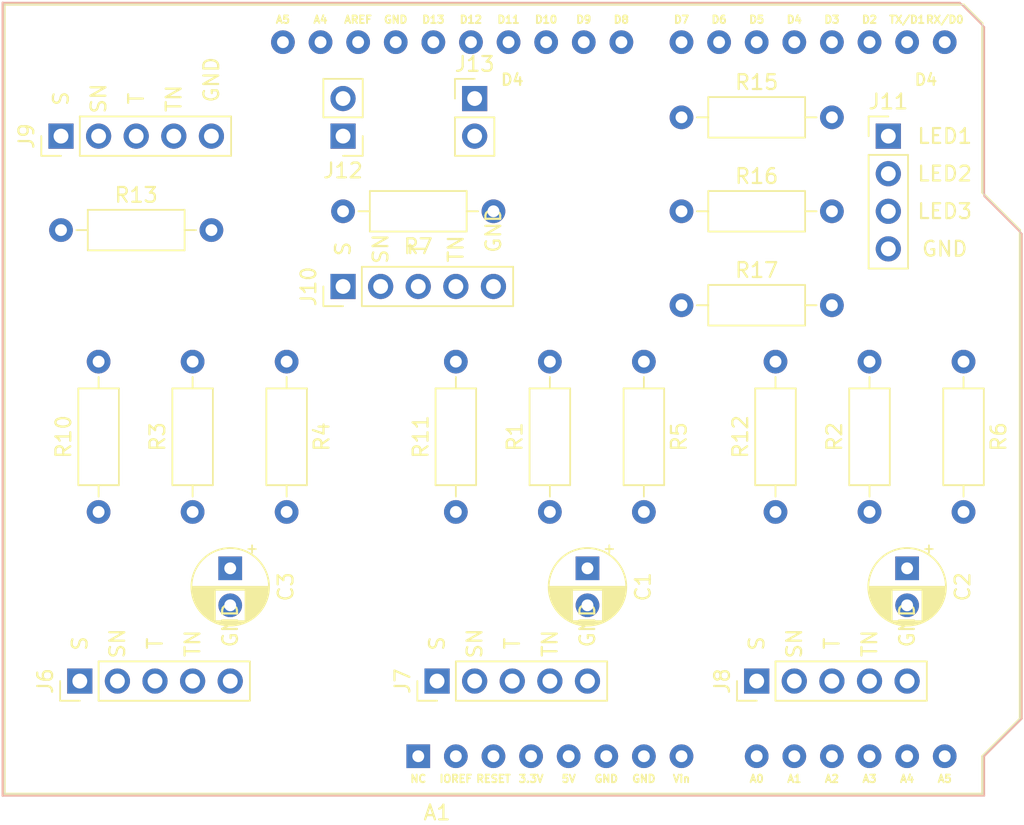
<source format=kicad_pcb>
(kicad_pcb (version 20171130) (host pcbnew 5.1.5-52549c5~84~ubuntu18.04.1)

  (general
    (thickness 1.6)
    (drawings 11)
    (tracks 0)
    (zones 0)
    (modules 26)
    (nets 53)
  )

  (page A4)
  (layers
    (0 F.Cu signal)
    (31 B.Cu signal)
    (32 B.Adhes user)
    (33 F.Adhes user)
    (34 B.Paste user)
    (35 F.Paste user)
    (36 B.SilkS user)
    (37 F.SilkS user)
    (38 B.Mask user)
    (39 F.Mask user)
    (40 Dwgs.User user)
    (41 Cmts.User user)
    (42 Eco1.User user)
    (43 Eco2.User user)
    (44 Edge.Cuts user)
    (45 Margin user)
    (46 B.CrtYd user)
    (47 F.CrtYd user)
    (48 B.Fab user)
    (49 F.Fab user)
  )

  (setup
    (last_trace_width 0.25)
    (trace_clearance 0.2)
    (zone_clearance 0.508)
    (zone_45_only no)
    (trace_min 0.2)
    (via_size 0.8)
    (via_drill 0.4)
    (via_min_size 0.4)
    (via_min_drill 0.3)
    (user_via 2.032 0.762)
    (uvia_size 0.3)
    (uvia_drill 0.1)
    (uvias_allowed no)
    (uvia_min_size 0.2)
    (uvia_min_drill 0.1)
    (edge_width 0.05)
    (segment_width 0.2)
    (pcb_text_width 0.3)
    (pcb_text_size 1.5 1.5)
    (mod_edge_width 0.12)
    (mod_text_size 1 1)
    (mod_text_width 0.15)
    (pad_size 1.524 1.524)
    (pad_drill 0.762)
    (pad_to_mask_clearance 0.051)
    (solder_mask_min_width 0.25)
    (aux_axis_origin 0 0)
    (visible_elements FFFFFF7F)
    (pcbplotparams
      (layerselection 0x010fc_ffffffff)
      (usegerberextensions false)
      (usegerberattributes false)
      (usegerberadvancedattributes false)
      (creategerberjobfile false)
      (excludeedgelayer true)
      (linewidth 0.100000)
      (plotframeref false)
      (viasonmask false)
      (mode 1)
      (useauxorigin false)
      (hpglpennumber 1)
      (hpglpenspeed 20)
      (hpglpendiameter 15.000000)
      (psnegative false)
      (psa4output false)
      (plotreference true)
      (plotvalue true)
      (plotinvisibletext false)
      (padsonsilk false)
      (subtractmaskfromsilk false)
      (outputformat 1)
      (mirror false)
      (drillshape 1)
      (scaleselection 1)
      (outputdirectory ""))
  )

  (net 0 "")
  (net 1 "Net-(A1-Pad16)")
  (net 2 "Net-(A1-Pad15)")
  (net 3 "Net-(A1-Pad30)")
  (net 4 "Net-(A1-Pad14)")
  (net 5 /GND)
  (net 6 "Net-(A1-Pad13)")
  (net 7 "Net-(A1-Pad28)")
  (net 8 "Net-(A1-Pad12)")
  (net 9 "Net-(A1-Pad27)")
  (net 10 "Net-(A1-Pad11)")
  (net 11 "Net-(A1-Pad26)")
  (net 12 "Net-(A1-Pad10)")
  (net 13 "Net-(A1-Pad25)")
  (net 14 "Net-(A1-Pad9)")
  (net 15 "Net-(A1-Pad24)")
  (net 16 "Net-(A1-Pad8)")
  (net 17 "Net-(A1-Pad23)")
  (net 18 "Net-(A1-Pad22)")
  (net 19 "Net-(A1-Pad6)")
  (net 20 "Net-(A1-Pad21)")
  (net 21 /Collector)
  (net 22 "Net-(A1-Pad20)")
  (net 23 "Net-(A1-Pad4)")
  (net 24 /Emitter)
  (net 25 "Net-(A1-Pad3)")
  (net 26 "Net-(A1-Pad18)")
  (net 27 "Net-(A1-Pad2)")
  (net 28 /Data)
  (net 29 "Net-(A1-Pad1)")
  (net 30 "Net-(A1-Pad31)")
  (net 31 "Net-(A1-Pad32)")
  (net 32 "Net-(C1-Pad1)")
  (net 33 "Net-(C2-Pad1)")
  (net 34 "Net-(C3-Pad1)")
  (net 35 "Net-(D1-Pad2)")
  (net 36 "Net-(D2-Pad2)")
  (net 37 "Net-(D3-Pad2)")
  (net 38 "Net-(J6-Pad4)")
  (net 39 "Net-(J6-Pad2)")
  (net 40 "Net-(J6-Pad1)")
  (net 41 "Net-(J7-Pad4)")
  (net 42 "Net-(J7-Pad2)")
  (net 43 "Net-(J7-Pad1)")
  (net 44 "Net-(J8-Pad4)")
  (net 45 "Net-(J8-Pad2)")
  (net 46 "Net-(J8-Pad1)")
  (net 47 "Net-(J9-Pad4)")
  (net 48 "Net-(J9-Pad2)")
  (net 49 "Net-(J10-Pad5)")
  (net 50 "Net-(J10-Pad4)")
  (net 51 "Net-(J10-Pad2)")
  (net 52 "Net-(A1-Pad19)")

  (net_class Default "This is the default net class."
    (clearance 0.2)
    (trace_width 0.25)
    (via_dia 0.8)
    (via_drill 0.4)
    (uvia_dia 0.3)
    (uvia_drill 0.1)
  )

  (net_class 20 ""
    (clearance 0.2)
    (trace_width 0.508)
    (via_dia 0.8)
    (via_drill 0.4)
    (uvia_dia 0.3)
    (uvia_drill 0.1)
    (add_net /Collector)
    (add_net /Data)
    (add_net /Emitter)
    (add_net /GND)
    (add_net "Net-(A1-Pad1)")
    (add_net "Net-(A1-Pad10)")
    (add_net "Net-(A1-Pad11)")
    (add_net "Net-(A1-Pad12)")
    (add_net "Net-(A1-Pad13)")
    (add_net "Net-(A1-Pad14)")
    (add_net "Net-(A1-Pad15)")
    (add_net "Net-(A1-Pad16)")
    (add_net "Net-(A1-Pad18)")
    (add_net "Net-(A1-Pad19)")
    (add_net "Net-(A1-Pad2)")
    (add_net "Net-(A1-Pad20)")
    (add_net "Net-(A1-Pad21)")
    (add_net "Net-(A1-Pad22)")
    (add_net "Net-(A1-Pad23)")
    (add_net "Net-(A1-Pad24)")
    (add_net "Net-(A1-Pad25)")
    (add_net "Net-(A1-Pad26)")
    (add_net "Net-(A1-Pad27)")
    (add_net "Net-(A1-Pad28)")
    (add_net "Net-(A1-Pad3)")
    (add_net "Net-(A1-Pad30)")
    (add_net "Net-(A1-Pad31)")
    (add_net "Net-(A1-Pad32)")
    (add_net "Net-(A1-Pad4)")
    (add_net "Net-(A1-Pad6)")
    (add_net "Net-(A1-Pad8)")
    (add_net "Net-(A1-Pad9)")
    (add_net "Net-(C1-Pad1)")
    (add_net "Net-(C2-Pad1)")
    (add_net "Net-(C3-Pad1)")
    (add_net "Net-(D1-Pad2)")
    (add_net "Net-(D2-Pad2)")
    (add_net "Net-(D3-Pad2)")
    (add_net "Net-(J10-Pad2)")
    (add_net "Net-(J10-Pad4)")
    (add_net "Net-(J10-Pad5)")
    (add_net "Net-(J6-Pad1)")
    (add_net "Net-(J6-Pad2)")
    (add_net "Net-(J6-Pad4)")
    (add_net "Net-(J7-Pad1)")
    (add_net "Net-(J7-Pad2)")
    (add_net "Net-(J7-Pad4)")
    (add_net "Net-(J8-Pad1)")
    (add_net "Net-(J8-Pad2)")
    (add_net "Net-(J8-Pad4)")
    (add_net "Net-(J9-Pad2)")
    (add_net "Net-(J9-Pad4)")
  )

  (module My_Arduino:Arduino_UNO_R3_shield (layer F.Cu) (tedit 5E485A86) (tstamp 5E48FF7D)
    (at 133.35 109.22)
    (descr "Arduino UNO R3, http://www.mouser.com/pdfdocs/Gravitech_Arduino_Nano3_0.pdf")
    (tags "Arduino UNO R3")
    (path /5E4000FE)
    (fp_text reference A1 (at 1.27 3.81 180) (layer F.SilkS)
      (effects (font (size 1 1) (thickness 0.15)))
    )
    (fp_text value Arduino_UNO_R3 (at 0 -22.86) (layer F.Fab) hide
      (effects (font (size 1 1) (thickness 0.15)))
    )
    (fp_text user A5 (at -9.144 -49.784) (layer F.SilkS)
      (effects (font (size 0.508 0.508) (thickness 0.127)))
    )
    (fp_text user A4 (at -6.604 -49.784) (layer F.SilkS)
      (effects (font (size 0.508 0.508) (thickness 0.127)))
    )
    (fp_text user AREF (at -4.064 -49.784) (layer F.SilkS)
      (effects (font (size 0.508 0.508) (thickness 0.127)))
    )
    (fp_text user GND (at -1.524 -49.784) (layer F.SilkS)
      (effects (font (size 0.508 0.508) (thickness 0.127)))
    )
    (fp_text user D13 (at 1.016 -49.784) (layer F.SilkS)
      (effects (font (size 0.508 0.508) (thickness 0.127)))
    )
    (fp_text user D12 (at 3.556 -49.784) (layer F.SilkS)
      (effects (font (size 0.508 0.508) (thickness 0.127)))
    )
    (fp_text user D11 (at 6.096 -49.784) (layer F.SilkS)
      (effects (font (size 0.508 0.508) (thickness 0.127)))
    )
    (fp_text user D10 (at 8.636 -49.784) (layer F.SilkS)
      (effects (font (size 0.508 0.508) (thickness 0.127)))
    )
    (fp_text user D9 (at 11.176 -49.784) (layer F.SilkS)
      (effects (font (size 0.508 0.508) (thickness 0.127)))
    )
    (fp_text user D8 (at 13.716 -49.784) (layer F.SilkS)
      (effects (font (size 0.508 0.508) (thickness 0.127)))
    )
    (fp_text user D7 (at 17.78 -49.784) (layer F.SilkS)
      (effects (font (size 0.508 0.508) (thickness 0.127)))
    )
    (fp_text user D6 (at 20.32 -49.784) (layer F.SilkS)
      (effects (font (size 0.508 0.508) (thickness 0.127)))
    )
    (fp_text user D5 (at 22.86 -49.784) (layer F.SilkS)
      (effects (font (size 0.508 0.508) (thickness 0.127)))
    )
    (fp_text user D4 (at 25.4 -49.784) (layer F.SilkS)
      (effects (font (size 0.508 0.508) (thickness 0.127)))
    )
    (fp_text user D3 (at 27.94 -49.784) (layer F.SilkS)
      (effects (font (size 0.508 0.508) (thickness 0.127)))
    )
    (fp_text user D2 (at 30.48 -49.784) (layer F.SilkS)
      (effects (font (size 0.508 0.508) (thickness 0.127)))
    )
    (fp_text user TX/D1 (at 33.02 -49.784) (layer F.SilkS)
      (effects (font (size 0.508 0.508) (thickness 0.127)))
    )
    (fp_text user RX/D0 (at 35.56 -49.784) (layer F.SilkS)
      (effects (font (size 0.508 0.508) (thickness 0.127)))
    )
    (fp_text user A5 (at 35.56 1.524) (layer F.SilkS)
      (effects (font (size 0.508 0.508) (thickness 0.127)))
    )
    (fp_text user A4 (at 33.02 1.524) (layer F.SilkS)
      (effects (font (size 0.508 0.508) (thickness 0.127)))
    )
    (fp_text user A3 (at 30.48 1.524) (layer F.SilkS)
      (effects (font (size 0.508 0.508) (thickness 0.127)))
    )
    (fp_text user A2 (at 27.94 1.524) (layer F.SilkS)
      (effects (font (size 0.508 0.508) (thickness 0.127)))
    )
    (fp_text user A1 (at 25.4 1.524) (layer F.SilkS)
      (effects (font (size 0.508 0.508) (thickness 0.127)))
    )
    (fp_text user A0 (at 22.86 1.524) (layer F.SilkS)
      (effects (font (size 0.508 0.508) (thickness 0.127)))
    )
    (fp_text user Vin (at 17.78 1.524) (layer F.SilkS)
      (effects (font (size 0.508 0.508) (thickness 0.127)))
    )
    (fp_text user GND (at 15.24 1.524) (layer F.SilkS)
      (effects (font (size 0.508 0.508) (thickness 0.127)))
    )
    (fp_text user GND (at 12.7 1.524) (layer F.SilkS)
      (effects (font (size 0.508 0.508) (thickness 0.127)))
    )
    (fp_text user RESET (at 5.08 1.524) (layer F.SilkS)
      (effects (font (size 0.508 0.508) (thickness 0.127)))
    )
    (fp_text user 5V (at 10.16 1.524) (layer F.SilkS)
      (effects (font (size 0.508 0.508) (thickness 0.127)))
    )
    (fp_text user 3.3V (at 7.62 1.524) (layer F.SilkS)
      (effects (font (size 0.508 0.508) (thickness 0.127)))
    )
    (fp_text user IOREF (at 2.54 1.524) (layer F.SilkS)
      (effects (font (size 0.508 0.508) (thickness 0.127)))
    )
    (fp_text user NC (at 0 1.524) (layer F.SilkS)
      (effects (font (size 0.508 0.508) (thickness 0.127)))
    )
    (fp_line (start -27.94 2.54) (end 38.1 2.54) (layer F.CrtYd) (width 0.12))
    (fp_line (start -27.94 -50.8) (end -27.94 2.54) (layer F.CrtYd) (width 0.12))
    (fp_line (start 36.83 -50.8) (end -27.94 -50.8) (layer F.CrtYd) (width 0.12))
    (fp_line (start 38.1 -49.53) (end 36.83 -50.8) (layer F.CrtYd) (width 0.12))
    (fp_line (start 38.1 -38.1) (end 38.1 -49.53) (layer F.CrtYd) (width 0.12))
    (fp_line (start 40.64 -35.56) (end 38.1 -38.1) (layer F.CrtYd) (width 0.12))
    (fp_line (start 40.64 -2.54) (end 40.64 -35.56) (layer F.CrtYd) (width 0.12))
    (fp_line (start 38.1 0) (end 40.64 -2.54) (layer F.CrtYd) (width 0.12))
    (fp_line (start 38.1 2.54) (end 38.1 0) (layer F.CrtYd) (width 0.12))
    (fp_line (start -27.94 2.54) (end 38.1 2.54) (layer F.SilkS) (width 0.15))
    (fp_line (start -27.94 -50.8) (end -27.94 2.54) (layer F.SilkS) (width 0.15))
    (fp_line (start 36.83 -50.8) (end -27.94 -50.8) (layer F.SilkS) (width 0.15))
    (fp_line (start 38.1 -49.53) (end 36.83 -50.8) (layer F.SilkS) (width 0.15))
    (fp_line (start 38.1 -38.1) (end 38.1 -49.53) (layer F.SilkS) (width 0.15))
    (fp_line (start 40.64 -35.56) (end 38.1 -38.1) (layer F.SilkS) (width 0.15))
    (fp_line (start 40.64 -2.54) (end 40.64 -35.56) (layer F.SilkS) (width 0.15))
    (fp_line (start 38.1 0) (end 40.64 -2.54) (layer F.SilkS) (width 0.15))
    (fp_line (start 38.1 2.54) (end 38.1 0) (layer F.SilkS) (width 0.15))
    (fp_line (start -28.07 2.67) (end -28.07 -50.93) (layer B.SilkS) (width 0.15))
    (fp_line (start -28.19 -51.05) (end -28.19 2.79) (layer B.CrtYd) (width 0.12))
    (fp_line (start 38.23 -37.85) (end 40.77 -35.31) (layer B.SilkS) (width 0.12))
    (fp_line (start 38.23 -49.28) (end 38.23 -37.85) (layer B.SilkS) (width 0.12))
    (fp_line (start 36.58 -50.93) (end 38.23 -49.28) (layer B.SilkS) (width 0.12))
    (fp_line (start -28.07 -50.93) (end 36.58 -50.93) (layer B.SilkS) (width 0.12))
    (fp_line (start 38.23 2.67) (end -28.07 2.67) (layer B.SilkS) (width 0.12))
    (fp_line (start 38.23 0) (end 38.23 2.67) (layer B.SilkS) (width 0.12))
    (fp_line (start 40.77 -2.54) (end 38.23 0) (layer B.SilkS) (width 0.12))
    (fp_line (start 40.77 -35.31) (end 40.77 -2.54) (layer B.SilkS) (width 0.12))
    (fp_line (start -28.19 2.79) (end 38.35 2.79) (layer B.CrtYd) (width 0.05))
    (fp_line (start 36.58 -51.05) (end -28.19 -51.05) (layer B.CrtYd) (width 0.05))
    (fp_line (start 38.35 -49.28) (end 36.58 -51.05) (layer B.CrtYd) (width 0.05))
    (fp_line (start 38.35 -37.85) (end 38.35 -49.28) (layer B.CrtYd) (width 0.05))
    (fp_line (start 40.89 -35.31) (end 38.35 -37.85) (layer B.CrtYd) (width 0.05))
    (fp_line (start 40.89 -2.54) (end 40.89 -35.31) (layer B.CrtYd) (width 0.05))
    (fp_line (start 38.35 0) (end 40.89 -2.54) (layer B.CrtYd) (width 0.05))
    (fp_line (start 38.35 2.79) (end 38.35 0) (layer B.CrtYd) (width 0.05))
    (pad 16 thru_hole oval (at 33.02 -48.26 270) (size 1.6 1.6) (drill 0.8) (layers *.Cu *.Mask)
      (net 1 "Net-(A1-Pad16)"))
    (pad 15 thru_hole oval (at 35.56 -48.26 270) (size 1.6 1.6) (drill 0.8) (layers *.Cu *.Mask)
      (net 2 "Net-(A1-Pad15)"))
    (pad 30 thru_hole oval (at -4.06 -48.26 270) (size 1.6 1.6) (drill 0.8) (layers *.Cu *.Mask)
      (net 3 "Net-(A1-Pad30)"))
    (pad 14 thru_hole oval (at 35.56 0 270) (size 1.6 1.6) (drill 0.8) (layers *.Cu *.Mask)
      (net 4 "Net-(A1-Pad14)"))
    (pad 29 thru_hole oval (at -1.52 -48.26 270) (size 1.6 1.6) (drill 0.8) (layers *.Cu *.Mask)
      (net 5 /GND))
    (pad 13 thru_hole oval (at 33.02 0 270) (size 1.6 1.6) (drill 0.8) (layers *.Cu *.Mask)
      (net 6 "Net-(A1-Pad13)"))
    (pad 28 thru_hole oval (at 1.02 -48.26 270) (size 1.6 1.6) (drill 0.8) (layers *.Cu *.Mask)
      (net 7 "Net-(A1-Pad28)"))
    (pad 12 thru_hole oval (at 30.48 0 270) (size 1.6 1.6) (drill 0.8) (layers *.Cu *.Mask)
      (net 8 "Net-(A1-Pad12)"))
    (pad 27 thru_hole oval (at 3.56 -48.26 270) (size 1.6 1.6) (drill 0.8) (layers *.Cu *.Mask)
      (net 9 "Net-(A1-Pad27)"))
    (pad 11 thru_hole oval (at 27.94 0 270) (size 1.6 1.6) (drill 0.8) (layers *.Cu *.Mask)
      (net 10 "Net-(A1-Pad11)"))
    (pad 26 thru_hole oval (at 6.1 -48.26 270) (size 1.6 1.6) (drill 0.8) (layers *.Cu *.Mask)
      (net 11 "Net-(A1-Pad26)"))
    (pad 10 thru_hole oval (at 25.4 0 270) (size 1.6 1.6) (drill 0.8) (layers *.Cu *.Mask)
      (net 12 "Net-(A1-Pad10)"))
    (pad 25 thru_hole oval (at 8.64 -48.26 270) (size 1.6 1.6) (drill 0.8) (layers *.Cu *.Mask)
      (net 13 "Net-(A1-Pad25)"))
    (pad 9 thru_hole oval (at 22.86 0 270) (size 1.6 1.6) (drill 0.8) (layers *.Cu *.Mask)
      (net 14 "Net-(A1-Pad9)"))
    (pad 24 thru_hole oval (at 11.18 -48.26 270) (size 1.6 1.6) (drill 0.8) (layers *.Cu *.Mask)
      (net 15 "Net-(A1-Pad24)"))
    (pad 8 thru_hole oval (at 17.78 0 270) (size 1.6 1.6) (drill 0.8) (layers *.Cu *.Mask)
      (net 16 "Net-(A1-Pad8)"))
    (pad 23 thru_hole oval (at 13.72 -48.26 270) (size 1.6 1.6) (drill 0.8) (layers *.Cu *.Mask)
      (net 17 "Net-(A1-Pad23)"))
    (pad 7 thru_hole oval (at 15.24 0 270) (size 1.6 1.6) (drill 0.8) (layers *.Cu *.Mask)
      (net 5 /GND))
    (pad 22 thru_hole oval (at 17.78 -48.26 270) (size 1.6 1.6) (drill 0.8) (layers *.Cu *.Mask)
      (net 18 "Net-(A1-Pad22)"))
    (pad 6 thru_hole oval (at 12.7 0 270) (size 1.6 1.6) (drill 0.8) (layers *.Cu *.Mask)
      (net 19 "Net-(A1-Pad6)"))
    (pad 21 thru_hole oval (at 20.32 -48.26 270) (size 1.6 1.6) (drill 0.8) (layers *.Cu *.Mask)
      (net 20 "Net-(A1-Pad21)"))
    (pad 5 thru_hole oval (at 10.16 0 270) (size 1.6 1.6) (drill 0.8) (layers *.Cu *.Mask)
      (net 21 /Collector))
    (pad 20 thru_hole oval (at 22.86 -48.26 270) (size 1.6 1.6) (drill 0.8) (layers *.Cu *.Mask)
      (net 22 "Net-(A1-Pad20)"))
    (pad 4 thru_hole oval (at 7.62 0 270) (size 1.6 1.6) (drill 0.8) (layers *.Cu *.Mask)
      (net 23 "Net-(A1-Pad4)"))
    (pad 19 thru_hole oval (at 25.4 -48.26 270) (size 1.6 1.6) (drill 0.8) (layers *.Cu *.Mask)
      (net 52 "Net-(A1-Pad19)"))
    (pad 3 thru_hole oval (at 5.08 0 270) (size 1.6 1.6) (drill 0.8) (layers *.Cu *.Mask)
      (net 25 "Net-(A1-Pad3)"))
    (pad 18 thru_hole oval (at 27.94 -48.26 270) (size 1.6 1.6) (drill 0.8) (layers *.Cu *.Mask)
      (net 26 "Net-(A1-Pad18)"))
    (pad 2 thru_hole oval (at 2.54 0 270) (size 1.6 1.6) (drill 0.8) (layers *.Cu *.Mask)
      (net 27 "Net-(A1-Pad2)"))
    (pad 17 thru_hole oval (at 30.48 -48.26 270) (size 1.6 1.6) (drill 0.8) (layers *.Cu *.Mask)
      (net 28 /Data))
    (pad 1 thru_hole rect (at 0 0 270) (size 1.6 1.6) (drill 0.8) (layers *.Cu *.Mask)
      (net 29 "Net-(A1-Pad1)"))
    (pad 31 thru_hole oval (at -6.6 -48.26 270) (size 1.6 1.6) (drill 0.8) (layers *.Cu *.Mask)
      (net 30 "Net-(A1-Pad31)"))
    (pad 32 thru_hole oval (at -9.14 -48.26 270) (size 1.6 1.6) (drill 0.8) (layers *.Cu *.Mask)
      (net 31 "Net-(A1-Pad32)"))
    (model ${KISYS3DMOD}/Module.3dshapes/Arduino_UNO_R3.wrl
      (at (xyz 0 0 0))
      (scale (xyz 1 1 1))
      (rotate (xyz 0 0 0))
    )
  )

  (module Connector_PinHeader_2.54mm:PinHeader_1x02_P2.54mm_Vertical (layer F.Cu) (tedit 59FED5CC) (tstamp 5E4864C9)
    (at 137.16 64.77)
    (descr "Through hole straight pin header, 1x02, 2.54mm pitch, single row")
    (tags "Through hole pin header THT 1x02 2.54mm single row")
    (path /5E4D0334)
    (fp_text reference J13 (at 0 -2.33) (layer F.SilkS)
      (effects (font (size 1 1) (thickness 0.15)))
    )
    (fp_text value Conn_01x02_Male (at 0 4.87 90) (layer F.Fab) hide
      (effects (font (size 1 1) (thickness 0.15)))
    )
    (fp_text user %R (at 0 1.27 90) (layer F.Fab)
      (effects (font (size 1 1) (thickness 0.15)))
    )
    (fp_line (start 1.8 -1.8) (end -1.8 -1.8) (layer F.CrtYd) (width 0.05))
    (fp_line (start 1.8 4.35) (end 1.8 -1.8) (layer F.CrtYd) (width 0.05))
    (fp_line (start -1.8 4.35) (end 1.8 4.35) (layer F.CrtYd) (width 0.05))
    (fp_line (start -1.8 -1.8) (end -1.8 4.35) (layer F.CrtYd) (width 0.05))
    (fp_line (start -1.33 -1.33) (end 0 -1.33) (layer F.SilkS) (width 0.12))
    (fp_line (start -1.33 0) (end -1.33 -1.33) (layer F.SilkS) (width 0.12))
    (fp_line (start -1.33 1.27) (end 1.33 1.27) (layer F.SilkS) (width 0.12))
    (fp_line (start 1.33 1.27) (end 1.33 3.87) (layer F.SilkS) (width 0.12))
    (fp_line (start -1.33 1.27) (end -1.33 3.87) (layer F.SilkS) (width 0.12))
    (fp_line (start -1.33 3.87) (end 1.33 3.87) (layer F.SilkS) (width 0.12))
    (fp_line (start -1.27 -0.635) (end -0.635 -1.27) (layer F.Fab) (width 0.1))
    (fp_line (start -1.27 3.81) (end -1.27 -0.635) (layer F.Fab) (width 0.1))
    (fp_line (start 1.27 3.81) (end -1.27 3.81) (layer F.Fab) (width 0.1))
    (fp_line (start 1.27 -1.27) (end 1.27 3.81) (layer F.Fab) (width 0.1))
    (fp_line (start -0.635 -1.27) (end 1.27 -1.27) (layer F.Fab) (width 0.1))
    (pad 2 thru_hole oval (at 0 2.54) (size 1.7 1.7) (drill 1) (layers *.Cu *.Mask)
      (net 24 /Emitter))
    (pad 1 thru_hole rect (at 0 0) (size 1.7 1.7) (drill 1) (layers *.Cu *.Mask)
      (net 52 "Net-(A1-Pad19)"))
    (model ${KISYS3DMOD}/Connector_PinHeader_2.54mm.3dshapes/PinHeader_1x02_P2.54mm_Vertical.wrl
      (at (xyz 0 0 0))
      (scale (xyz 1 1 1))
      (rotate (xyz 0 0 0))
    )
  )

  (module Connector_PinHeader_2.54mm:PinHeader_1x02_P2.54mm_Vertical (layer F.Cu) (tedit 59FED5CC) (tstamp 5E4864B3)
    (at 128.27 67.31 180)
    (descr "Through hole straight pin header, 1x02, 2.54mm pitch, single row")
    (tags "Through hole pin header THT 1x02 2.54mm single row")
    (path /5E4F32DC)
    (fp_text reference J12 (at 0 -2.33) (layer F.SilkS)
      (effects (font (size 1 1) (thickness 0.15)))
    )
    (fp_text value Conn_01x02_Male (at 0 4.87) (layer F.Fab) hide
      (effects (font (size 1 1) (thickness 0.15)))
    )
    (fp_text user %R (at 0 1.27 90) (layer F.Fab)
      (effects (font (size 1 1) (thickness 0.15)))
    )
    (fp_line (start 1.8 -1.8) (end -1.8 -1.8) (layer F.CrtYd) (width 0.05))
    (fp_line (start 1.8 4.35) (end 1.8 -1.8) (layer F.CrtYd) (width 0.05))
    (fp_line (start -1.8 4.35) (end 1.8 4.35) (layer F.CrtYd) (width 0.05))
    (fp_line (start -1.8 -1.8) (end -1.8 4.35) (layer F.CrtYd) (width 0.05))
    (fp_line (start -1.33 -1.33) (end 0 -1.33) (layer F.SilkS) (width 0.12))
    (fp_line (start -1.33 0) (end -1.33 -1.33) (layer F.SilkS) (width 0.12))
    (fp_line (start -1.33 1.27) (end 1.33 1.27) (layer F.SilkS) (width 0.12))
    (fp_line (start 1.33 1.27) (end 1.33 3.87) (layer F.SilkS) (width 0.12))
    (fp_line (start -1.33 1.27) (end -1.33 3.87) (layer F.SilkS) (width 0.12))
    (fp_line (start -1.33 3.87) (end 1.33 3.87) (layer F.SilkS) (width 0.12))
    (fp_line (start -1.27 -0.635) (end -0.635 -1.27) (layer F.Fab) (width 0.1))
    (fp_line (start -1.27 3.81) (end -1.27 -0.635) (layer F.Fab) (width 0.1))
    (fp_line (start 1.27 3.81) (end -1.27 3.81) (layer F.Fab) (width 0.1))
    (fp_line (start 1.27 -1.27) (end 1.27 3.81) (layer F.Fab) (width 0.1))
    (fp_line (start -0.635 -1.27) (end 1.27 -1.27) (layer F.Fab) (width 0.1))
    (pad 2 thru_hole oval (at 0 2.54 180) (size 1.7 1.7) (drill 1) (layers *.Cu *.Mask)
      (net 31 "Net-(A1-Pad32)"))
    (pad 1 thru_hole rect (at 0 0 180) (size 1.7 1.7) (drill 1) (layers *.Cu *.Mask)
      (net 24 /Emitter))
    (model ${KISYS3DMOD}/Connector_PinHeader_2.54mm.3dshapes/PinHeader_1x02_P2.54mm_Vertical.wrl
      (at (xyz 0 0 0))
      (scale (xyz 1 1 1))
      (rotate (xyz 0 0 0))
    )
  )

  (module Resistor_THT:R_Axial_DIN0207_L6.3mm_D2.5mm_P10.16mm_Horizontal (layer F.Cu) (tedit 5AE5139B) (tstamp 5E48498E)
    (at 151.13 78.74)
    (descr "Resistor, Axial_DIN0207 series, Axial, Horizontal, pin pitch=10.16mm, 0.25W = 1/4W, length*diameter=6.3*2.5mm^2, http://cdn-reichelt.de/documents/datenblatt/B400/1_4W%23YAG.pdf")
    (tags "Resistor Axial_DIN0207 series Axial Horizontal pin pitch 10.16mm 0.25W = 1/4W length 6.3mm diameter 2.5mm")
    (path /5E53F657)
    (fp_text reference R17 (at 5.08 -2.37) (layer F.SilkS)
      (effects (font (size 1 1) (thickness 0.15)))
    )
    (fp_text value 220R (at 5.08 2.37) (layer F.Fab)
      (effects (font (size 1 1) (thickness 0.15)))
    )
    (fp_text user %R (at 5.08 0) (layer F.Fab)
      (effects (font (size 1 1) (thickness 0.15)))
    )
    (fp_line (start 11.21 -1.5) (end -1.05 -1.5) (layer F.CrtYd) (width 0.05))
    (fp_line (start 11.21 1.5) (end 11.21 -1.5) (layer F.CrtYd) (width 0.05))
    (fp_line (start -1.05 1.5) (end 11.21 1.5) (layer F.CrtYd) (width 0.05))
    (fp_line (start -1.05 -1.5) (end -1.05 1.5) (layer F.CrtYd) (width 0.05))
    (fp_line (start 9.12 0) (end 8.35 0) (layer F.SilkS) (width 0.12))
    (fp_line (start 1.04 0) (end 1.81 0) (layer F.SilkS) (width 0.12))
    (fp_line (start 8.35 -1.37) (end 1.81 -1.37) (layer F.SilkS) (width 0.12))
    (fp_line (start 8.35 1.37) (end 8.35 -1.37) (layer F.SilkS) (width 0.12))
    (fp_line (start 1.81 1.37) (end 8.35 1.37) (layer F.SilkS) (width 0.12))
    (fp_line (start 1.81 -1.37) (end 1.81 1.37) (layer F.SilkS) (width 0.12))
    (fp_line (start 10.16 0) (end 8.23 0) (layer F.Fab) (width 0.1))
    (fp_line (start 0 0) (end 1.93 0) (layer F.Fab) (width 0.1))
    (fp_line (start 8.23 -1.25) (end 1.93 -1.25) (layer F.Fab) (width 0.1))
    (fp_line (start 8.23 1.25) (end 8.23 -1.25) (layer F.Fab) (width 0.1))
    (fp_line (start 1.93 1.25) (end 8.23 1.25) (layer F.Fab) (width 0.1))
    (fp_line (start 1.93 -1.25) (end 1.93 1.25) (layer F.Fab) (width 0.1))
    (pad 2 thru_hole oval (at 10.16 0) (size 1.6 1.6) (drill 0.8) (layers *.Cu *.Mask)
      (net 37 "Net-(D3-Pad2)"))
    (pad 1 thru_hole circle (at 0 0) (size 1.6 1.6) (drill 0.8) (layers *.Cu *.Mask)
      (net 15 "Net-(A1-Pad24)"))
    (model ${KISYS3DMOD}/Resistor_THT.3dshapes/R_Axial_DIN0207_L6.3mm_D2.5mm_P10.16mm_Horizontal.wrl
      (at (xyz 0 0 0))
      (scale (xyz 1 1 1))
      (rotate (xyz 0 0 0))
    )
  )

  (module Resistor_THT:R_Axial_DIN0207_L6.3mm_D2.5mm_P10.16mm_Horizontal (layer F.Cu) (tedit 5AE5139B) (tstamp 5E484977)
    (at 151.13 72.39)
    (descr "Resistor, Axial_DIN0207 series, Axial, Horizontal, pin pitch=10.16mm, 0.25W = 1/4W, length*diameter=6.3*2.5mm^2, http://cdn-reichelt.de/documents/datenblatt/B400/1_4W%23YAG.pdf")
    (tags "Resistor Axial_DIN0207 series Axial Horizontal pin pitch 10.16mm 0.25W = 1/4W length 6.3mm diameter 2.5mm")
    (path /5E53C70A)
    (fp_text reference R16 (at 5.08 -2.37) (layer F.SilkS)
      (effects (font (size 1 1) (thickness 0.15)))
    )
    (fp_text value 220R (at 5.08 2.37) (layer F.Fab)
      (effects (font (size 1 1) (thickness 0.15)))
    )
    (fp_text user %R (at 5.08 0) (layer F.Fab)
      (effects (font (size 1 1) (thickness 0.15)))
    )
    (fp_line (start 11.21 -1.5) (end -1.05 -1.5) (layer F.CrtYd) (width 0.05))
    (fp_line (start 11.21 1.5) (end 11.21 -1.5) (layer F.CrtYd) (width 0.05))
    (fp_line (start -1.05 1.5) (end 11.21 1.5) (layer F.CrtYd) (width 0.05))
    (fp_line (start -1.05 -1.5) (end -1.05 1.5) (layer F.CrtYd) (width 0.05))
    (fp_line (start 9.12 0) (end 8.35 0) (layer F.SilkS) (width 0.12))
    (fp_line (start 1.04 0) (end 1.81 0) (layer F.SilkS) (width 0.12))
    (fp_line (start 8.35 -1.37) (end 1.81 -1.37) (layer F.SilkS) (width 0.12))
    (fp_line (start 8.35 1.37) (end 8.35 -1.37) (layer F.SilkS) (width 0.12))
    (fp_line (start 1.81 1.37) (end 8.35 1.37) (layer F.SilkS) (width 0.12))
    (fp_line (start 1.81 -1.37) (end 1.81 1.37) (layer F.SilkS) (width 0.12))
    (fp_line (start 10.16 0) (end 8.23 0) (layer F.Fab) (width 0.1))
    (fp_line (start 0 0) (end 1.93 0) (layer F.Fab) (width 0.1))
    (fp_line (start 8.23 -1.25) (end 1.93 -1.25) (layer F.Fab) (width 0.1))
    (fp_line (start 8.23 1.25) (end 8.23 -1.25) (layer F.Fab) (width 0.1))
    (fp_line (start 1.93 1.25) (end 8.23 1.25) (layer F.Fab) (width 0.1))
    (fp_line (start 1.93 -1.25) (end 1.93 1.25) (layer F.Fab) (width 0.1))
    (pad 2 thru_hole oval (at 10.16 0) (size 1.6 1.6) (drill 0.8) (layers *.Cu *.Mask)
      (net 36 "Net-(D2-Pad2)"))
    (pad 1 thru_hole circle (at 0 0) (size 1.6 1.6) (drill 0.8) (layers *.Cu *.Mask)
      (net 17 "Net-(A1-Pad23)"))
    (model ${KISYS3DMOD}/Resistor_THT.3dshapes/R_Axial_DIN0207_L6.3mm_D2.5mm_P10.16mm_Horizontal.wrl
      (at (xyz 0 0 0))
      (scale (xyz 1 1 1))
      (rotate (xyz 0 0 0))
    )
  )

  (module Resistor_THT:R_Axial_DIN0207_L6.3mm_D2.5mm_P10.16mm_Horizontal (layer F.Cu) (tedit 5AE5139B) (tstamp 5E484960)
    (at 151.13 66.04)
    (descr "Resistor, Axial_DIN0207 series, Axial, Horizontal, pin pitch=10.16mm, 0.25W = 1/4W, length*diameter=6.3*2.5mm^2, http://cdn-reichelt.de/documents/datenblatt/B400/1_4W%23YAG.pdf")
    (tags "Resistor Axial_DIN0207 series Axial Horizontal pin pitch 10.16mm 0.25W = 1/4W length 6.3mm diameter 2.5mm")
    (path /5E53B609)
    (fp_text reference R15 (at 5.08 -2.37) (layer F.SilkS)
      (effects (font (size 1 1) (thickness 0.15)))
    )
    (fp_text value 220R (at 5.08 2.37) (layer F.Fab)
      (effects (font (size 1 1) (thickness 0.15)))
    )
    (fp_text user %R (at 5.08 0) (layer F.Fab)
      (effects (font (size 1 1) (thickness 0.15)))
    )
    (fp_line (start 11.21 -1.5) (end -1.05 -1.5) (layer F.CrtYd) (width 0.05))
    (fp_line (start 11.21 1.5) (end 11.21 -1.5) (layer F.CrtYd) (width 0.05))
    (fp_line (start -1.05 1.5) (end 11.21 1.5) (layer F.CrtYd) (width 0.05))
    (fp_line (start -1.05 -1.5) (end -1.05 1.5) (layer F.CrtYd) (width 0.05))
    (fp_line (start 9.12 0) (end 8.35 0) (layer F.SilkS) (width 0.12))
    (fp_line (start 1.04 0) (end 1.81 0) (layer F.SilkS) (width 0.12))
    (fp_line (start 8.35 -1.37) (end 1.81 -1.37) (layer F.SilkS) (width 0.12))
    (fp_line (start 8.35 1.37) (end 8.35 -1.37) (layer F.SilkS) (width 0.12))
    (fp_line (start 1.81 1.37) (end 8.35 1.37) (layer F.SilkS) (width 0.12))
    (fp_line (start 1.81 -1.37) (end 1.81 1.37) (layer F.SilkS) (width 0.12))
    (fp_line (start 10.16 0) (end 8.23 0) (layer F.Fab) (width 0.1))
    (fp_line (start 0 0) (end 1.93 0) (layer F.Fab) (width 0.1))
    (fp_line (start 8.23 -1.25) (end 1.93 -1.25) (layer F.Fab) (width 0.1))
    (fp_line (start 8.23 1.25) (end 8.23 -1.25) (layer F.Fab) (width 0.1))
    (fp_line (start 1.93 1.25) (end 8.23 1.25) (layer F.Fab) (width 0.1))
    (fp_line (start 1.93 -1.25) (end 1.93 1.25) (layer F.Fab) (width 0.1))
    (pad 2 thru_hole oval (at 10.16 0) (size 1.6 1.6) (drill 0.8) (layers *.Cu *.Mask)
      (net 35 "Net-(D1-Pad2)"))
    (pad 1 thru_hole circle (at 0 0) (size 1.6 1.6) (drill 0.8) (layers *.Cu *.Mask)
      (net 18 "Net-(A1-Pad22)"))
    (model ${KISYS3DMOD}/Resistor_THT.3dshapes/R_Axial_DIN0207_L6.3mm_D2.5mm_P10.16mm_Horizontal.wrl
      (at (xyz 0 0 0))
      (scale (xyz 1 1 1))
      (rotate (xyz 0 0 0))
    )
  )

  (module Resistor_THT:R_Axial_DIN0207_L6.3mm_D2.5mm_P10.16mm_Horizontal (layer F.Cu) (tedit 5AE5139B) (tstamp 5E484949)
    (at 109.22 73.66)
    (descr "Resistor, Axial_DIN0207 series, Axial, Horizontal, pin pitch=10.16mm, 0.25W = 1/4W, length*diameter=6.3*2.5mm^2, http://cdn-reichelt.de/documents/datenblatt/B400/1_4W%23YAG.pdf")
    (tags "Resistor Axial_DIN0207 series Axial Horizontal pin pitch 10.16mm 0.25W = 1/4W length 6.3mm diameter 2.5mm")
    (path /5E4F8DCE)
    (fp_text reference R13 (at 5.08 -2.37) (layer F.SilkS)
      (effects (font (size 1 1) (thickness 0.15)))
    )
    (fp_text value 4.7k (at 5.08 2.37) (layer F.Fab)
      (effects (font (size 1 1) (thickness 0.15)))
    )
    (fp_text user %R (at 5.08 0) (layer F.Fab)
      (effects (font (size 1 1) (thickness 0.15)))
    )
    (fp_line (start 11.21 -1.5) (end -1.05 -1.5) (layer F.CrtYd) (width 0.05))
    (fp_line (start 11.21 1.5) (end 11.21 -1.5) (layer F.CrtYd) (width 0.05))
    (fp_line (start -1.05 1.5) (end 11.21 1.5) (layer F.CrtYd) (width 0.05))
    (fp_line (start -1.05 -1.5) (end -1.05 1.5) (layer F.CrtYd) (width 0.05))
    (fp_line (start 9.12 0) (end 8.35 0) (layer F.SilkS) (width 0.12))
    (fp_line (start 1.04 0) (end 1.81 0) (layer F.SilkS) (width 0.12))
    (fp_line (start 8.35 -1.37) (end 1.81 -1.37) (layer F.SilkS) (width 0.12))
    (fp_line (start 8.35 1.37) (end 8.35 -1.37) (layer F.SilkS) (width 0.12))
    (fp_line (start 1.81 1.37) (end 8.35 1.37) (layer F.SilkS) (width 0.12))
    (fp_line (start 1.81 -1.37) (end 1.81 1.37) (layer F.SilkS) (width 0.12))
    (fp_line (start 10.16 0) (end 8.23 0) (layer F.Fab) (width 0.1))
    (fp_line (start 0 0) (end 1.93 0) (layer F.Fab) (width 0.1))
    (fp_line (start 8.23 -1.25) (end 1.93 -1.25) (layer F.Fab) (width 0.1))
    (fp_line (start 8.23 1.25) (end 8.23 -1.25) (layer F.Fab) (width 0.1))
    (fp_line (start 1.93 1.25) (end 8.23 1.25) (layer F.Fab) (width 0.1))
    (fp_line (start 1.93 -1.25) (end 1.93 1.25) (layer F.Fab) (width 0.1))
    (pad 2 thru_hole oval (at 10.16 0) (size 1.6 1.6) (drill 0.8) (layers *.Cu *.Mask)
      (net 21 /Collector))
    (pad 1 thru_hole circle (at 0 0) (size 1.6 1.6) (drill 0.8) (layers *.Cu *.Mask)
      (net 28 /Data))
    (model ${KISYS3DMOD}/Resistor_THT.3dshapes/R_Axial_DIN0207_L6.3mm_D2.5mm_P10.16mm_Horizontal.wrl
      (at (xyz 0 0 0))
      (scale (xyz 1 1 1))
      (rotate (xyz 0 0 0))
    )
  )

  (module Resistor_THT:R_Axial_DIN0207_L6.3mm_D2.5mm_P10.16mm_Horizontal (layer F.Cu) (tedit 5AE5139B) (tstamp 5E484932)
    (at 157.48 92.71 90)
    (descr "Resistor, Axial_DIN0207 series, Axial, Horizontal, pin pitch=10.16mm, 0.25W = 1/4W, length*diameter=6.3*2.5mm^2, http://cdn-reichelt.de/documents/datenblatt/B400/1_4W%23YAG.pdf")
    (tags "Resistor Axial_DIN0207 series Axial Horizontal pin pitch 10.16mm 0.25W = 1/4W length 6.3mm diameter 2.5mm")
    (path /5E490841)
    (fp_text reference R12 (at 5.08 -2.37 90) (layer F.SilkS)
      (effects (font (size 1 1) (thickness 0.15)))
    )
    (fp_text value 33R (at 5.08 2.37 90) (layer F.Fab)
      (effects (font (size 1 1) (thickness 0.15)))
    )
    (fp_text user %R (at 5.08 0 90) (layer F.Fab)
      (effects (font (size 1 1) (thickness 0.15)))
    )
    (fp_line (start 11.21 -1.5) (end -1.05 -1.5) (layer F.CrtYd) (width 0.05))
    (fp_line (start 11.21 1.5) (end 11.21 -1.5) (layer F.CrtYd) (width 0.05))
    (fp_line (start -1.05 1.5) (end 11.21 1.5) (layer F.CrtYd) (width 0.05))
    (fp_line (start -1.05 -1.5) (end -1.05 1.5) (layer F.CrtYd) (width 0.05))
    (fp_line (start 9.12 0) (end 8.35 0) (layer F.SilkS) (width 0.12))
    (fp_line (start 1.04 0) (end 1.81 0) (layer F.SilkS) (width 0.12))
    (fp_line (start 8.35 -1.37) (end 1.81 -1.37) (layer F.SilkS) (width 0.12))
    (fp_line (start 8.35 1.37) (end 8.35 -1.37) (layer F.SilkS) (width 0.12))
    (fp_line (start 1.81 1.37) (end 8.35 1.37) (layer F.SilkS) (width 0.12))
    (fp_line (start 1.81 -1.37) (end 1.81 1.37) (layer F.SilkS) (width 0.12))
    (fp_line (start 10.16 0) (end 8.23 0) (layer F.Fab) (width 0.1))
    (fp_line (start 0 0) (end 1.93 0) (layer F.Fab) (width 0.1))
    (fp_line (start 8.23 -1.25) (end 1.93 -1.25) (layer F.Fab) (width 0.1))
    (fp_line (start 8.23 1.25) (end 8.23 -1.25) (layer F.Fab) (width 0.1))
    (fp_line (start 1.93 1.25) (end 8.23 1.25) (layer F.Fab) (width 0.1))
    (fp_line (start 1.93 -1.25) (end 1.93 1.25) (layer F.Fab) (width 0.1))
    (pad 2 thru_hole oval (at 10.16 0 90) (size 1.6 1.6) (drill 0.8) (layers *.Cu *.Mask)
      (net 33 "Net-(C2-Pad1)"))
    (pad 1 thru_hole circle (at 0 0 90) (size 1.6 1.6) (drill 0.8) (layers *.Cu *.Mask)
      (net 8 "Net-(A1-Pad12)"))
    (model ${KISYS3DMOD}/Resistor_THT.3dshapes/R_Axial_DIN0207_L6.3mm_D2.5mm_P10.16mm_Horizontal.wrl
      (at (xyz 0 0 0))
      (scale (xyz 1 1 1))
      (rotate (xyz 0 0 0))
    )
  )

  (module Resistor_THT:R_Axial_DIN0207_L6.3mm_D2.5mm_P10.16mm_Horizontal (layer F.Cu) (tedit 5AE5139B) (tstamp 5E48491B)
    (at 135.89 92.71 90)
    (descr "Resistor, Axial_DIN0207 series, Axial, Horizontal, pin pitch=10.16mm, 0.25W = 1/4W, length*diameter=6.3*2.5mm^2, http://cdn-reichelt.de/documents/datenblatt/B400/1_4W%23YAG.pdf")
    (tags "Resistor Axial_DIN0207 series Axial Horizontal pin pitch 10.16mm 0.25W = 1/4W length 6.3mm diameter 2.5mm")
    (path /5E469BEF)
    (fp_text reference R11 (at 5.08 -2.37 90) (layer F.SilkS)
      (effects (font (size 1 1) (thickness 0.15)))
    )
    (fp_text value 33R (at 5.08 2.37 90) (layer F.Fab)
      (effects (font (size 1 1) (thickness 0.15)))
    )
    (fp_text user %R (at 5.08 0 90) (layer F.Fab)
      (effects (font (size 1 1) (thickness 0.15)))
    )
    (fp_line (start 11.21 -1.5) (end -1.05 -1.5) (layer F.CrtYd) (width 0.05))
    (fp_line (start 11.21 1.5) (end 11.21 -1.5) (layer F.CrtYd) (width 0.05))
    (fp_line (start -1.05 1.5) (end 11.21 1.5) (layer F.CrtYd) (width 0.05))
    (fp_line (start -1.05 -1.5) (end -1.05 1.5) (layer F.CrtYd) (width 0.05))
    (fp_line (start 9.12 0) (end 8.35 0) (layer F.SilkS) (width 0.12))
    (fp_line (start 1.04 0) (end 1.81 0) (layer F.SilkS) (width 0.12))
    (fp_line (start 8.35 -1.37) (end 1.81 -1.37) (layer F.SilkS) (width 0.12))
    (fp_line (start 8.35 1.37) (end 8.35 -1.37) (layer F.SilkS) (width 0.12))
    (fp_line (start 1.81 1.37) (end 8.35 1.37) (layer F.SilkS) (width 0.12))
    (fp_line (start 1.81 -1.37) (end 1.81 1.37) (layer F.SilkS) (width 0.12))
    (fp_line (start 10.16 0) (end 8.23 0) (layer F.Fab) (width 0.1))
    (fp_line (start 0 0) (end 1.93 0) (layer F.Fab) (width 0.1))
    (fp_line (start 8.23 -1.25) (end 1.93 -1.25) (layer F.Fab) (width 0.1))
    (fp_line (start 8.23 1.25) (end 8.23 -1.25) (layer F.Fab) (width 0.1))
    (fp_line (start 1.93 1.25) (end 8.23 1.25) (layer F.Fab) (width 0.1))
    (fp_line (start 1.93 -1.25) (end 1.93 1.25) (layer F.Fab) (width 0.1))
    (pad 2 thru_hole oval (at 10.16 0 90) (size 1.6 1.6) (drill 0.8) (layers *.Cu *.Mask)
      (net 32 "Net-(C1-Pad1)"))
    (pad 1 thru_hole circle (at 0 0 90) (size 1.6 1.6) (drill 0.8) (layers *.Cu *.Mask)
      (net 10 "Net-(A1-Pad11)"))
    (model ${KISYS3DMOD}/Resistor_THT.3dshapes/R_Axial_DIN0207_L6.3mm_D2.5mm_P10.16mm_Horizontal.wrl
      (at (xyz 0 0 0))
      (scale (xyz 1 1 1))
      (rotate (xyz 0 0 0))
    )
  )

  (module Resistor_THT:R_Axial_DIN0207_L6.3mm_D2.5mm_P10.16mm_Horizontal (layer F.Cu) (tedit 5AE5139B) (tstamp 5E484904)
    (at 111.76 92.71 90)
    (descr "Resistor, Axial_DIN0207 series, Axial, Horizontal, pin pitch=10.16mm, 0.25W = 1/4W, length*diameter=6.3*2.5mm^2, http://cdn-reichelt.de/documents/datenblatt/B400/1_4W%23YAG.pdf")
    (tags "Resistor Axial_DIN0207 series Axial Horizontal pin pitch 10.16mm 0.25W = 1/4W length 6.3mm diameter 2.5mm")
    (path /5E42DB7E)
    (fp_text reference R10 (at 5.08 -2.37 90) (layer F.SilkS)
      (effects (font (size 1 1) (thickness 0.15)))
    )
    (fp_text value 33R (at 5.08 2.37 90) (layer F.Fab)
      (effects (font (size 1 1) (thickness 0.15)))
    )
    (fp_text user %R (at 5.08 0 90) (layer F.Fab)
      (effects (font (size 1 1) (thickness 0.15)))
    )
    (fp_line (start 11.21 -1.5) (end -1.05 -1.5) (layer F.CrtYd) (width 0.05))
    (fp_line (start 11.21 1.5) (end 11.21 -1.5) (layer F.CrtYd) (width 0.05))
    (fp_line (start -1.05 1.5) (end 11.21 1.5) (layer F.CrtYd) (width 0.05))
    (fp_line (start -1.05 -1.5) (end -1.05 1.5) (layer F.CrtYd) (width 0.05))
    (fp_line (start 9.12 0) (end 8.35 0) (layer F.SilkS) (width 0.12))
    (fp_line (start 1.04 0) (end 1.81 0) (layer F.SilkS) (width 0.12))
    (fp_line (start 8.35 -1.37) (end 1.81 -1.37) (layer F.SilkS) (width 0.12))
    (fp_line (start 8.35 1.37) (end 8.35 -1.37) (layer F.SilkS) (width 0.12))
    (fp_line (start 1.81 1.37) (end 8.35 1.37) (layer F.SilkS) (width 0.12))
    (fp_line (start 1.81 -1.37) (end 1.81 1.37) (layer F.SilkS) (width 0.12))
    (fp_line (start 10.16 0) (end 8.23 0) (layer F.Fab) (width 0.1))
    (fp_line (start 0 0) (end 1.93 0) (layer F.Fab) (width 0.1))
    (fp_line (start 8.23 -1.25) (end 1.93 -1.25) (layer F.Fab) (width 0.1))
    (fp_line (start 8.23 1.25) (end 8.23 -1.25) (layer F.Fab) (width 0.1))
    (fp_line (start 1.93 1.25) (end 8.23 1.25) (layer F.Fab) (width 0.1))
    (fp_line (start 1.93 -1.25) (end 1.93 1.25) (layer F.Fab) (width 0.1))
    (pad 2 thru_hole oval (at 10.16 0 90) (size 1.6 1.6) (drill 0.8) (layers *.Cu *.Mask)
      (net 34 "Net-(C3-Pad1)"))
    (pad 1 thru_hole circle (at 0 0 90) (size 1.6 1.6) (drill 0.8) (layers *.Cu *.Mask)
      (net 12 "Net-(A1-Pad10)"))
    (model ${KISYS3DMOD}/Resistor_THT.3dshapes/R_Axial_DIN0207_L6.3mm_D2.5mm_P10.16mm_Horizontal.wrl
      (at (xyz 0 0 0))
      (scale (xyz 1 1 1))
      (rotate (xyz 0 0 0))
    )
  )

  (module Resistor_THT:R_Axial_DIN0207_L6.3mm_D2.5mm_P10.16mm_Horizontal (layer F.Cu) (tedit 5AE5139B) (tstamp 5E4848ED)
    (at 138.43 72.39 180)
    (descr "Resistor, Axial_DIN0207 series, Axial, Horizontal, pin pitch=10.16mm, 0.25W = 1/4W, length*diameter=6.3*2.5mm^2, http://cdn-reichelt.de/documents/datenblatt/B400/1_4W%23YAG.pdf")
    (tags "Resistor Axial_DIN0207 series Axial Horizontal pin pitch 10.16mm 0.25W = 1/4W length 6.3mm diameter 2.5mm")
    (path /5E613A8C)
    (fp_text reference R7 (at 5.08 -2.37) (layer F.SilkS)
      (effects (font (size 1 1) (thickness 0.15)))
    )
    (fp_text value 1k (at 5.08 2.37) (layer F.Fab)
      (effects (font (size 1 1) (thickness 0.15)))
    )
    (fp_text user %R (at 5.08 0) (layer F.Fab)
      (effects (font (size 1 1) (thickness 0.15)))
    )
    (fp_line (start 11.21 -1.5) (end -1.05 -1.5) (layer F.CrtYd) (width 0.05))
    (fp_line (start 11.21 1.5) (end 11.21 -1.5) (layer F.CrtYd) (width 0.05))
    (fp_line (start -1.05 1.5) (end 11.21 1.5) (layer F.CrtYd) (width 0.05))
    (fp_line (start -1.05 -1.5) (end -1.05 1.5) (layer F.CrtYd) (width 0.05))
    (fp_line (start 9.12 0) (end 8.35 0) (layer F.SilkS) (width 0.12))
    (fp_line (start 1.04 0) (end 1.81 0) (layer F.SilkS) (width 0.12))
    (fp_line (start 8.35 -1.37) (end 1.81 -1.37) (layer F.SilkS) (width 0.12))
    (fp_line (start 8.35 1.37) (end 8.35 -1.37) (layer F.SilkS) (width 0.12))
    (fp_line (start 1.81 1.37) (end 8.35 1.37) (layer F.SilkS) (width 0.12))
    (fp_line (start 1.81 -1.37) (end 1.81 1.37) (layer F.SilkS) (width 0.12))
    (fp_line (start 10.16 0) (end 8.23 0) (layer F.Fab) (width 0.1))
    (fp_line (start 0 0) (end 1.93 0) (layer F.Fab) (width 0.1))
    (fp_line (start 8.23 -1.25) (end 1.93 -1.25) (layer F.Fab) (width 0.1))
    (fp_line (start 8.23 1.25) (end 8.23 -1.25) (layer F.Fab) (width 0.1))
    (fp_line (start 1.93 1.25) (end 8.23 1.25) (layer F.Fab) (width 0.1))
    (fp_line (start 1.93 -1.25) (end 1.93 1.25) (layer F.Fab) (width 0.1))
    (pad 2 thru_hole oval (at 10.16 0 180) (size 1.6 1.6) (drill 0.8) (layers *.Cu *.Mask)
      (net 24 /Emitter))
    (pad 1 thru_hole circle (at 0 0 180) (size 1.6 1.6) (drill 0.8) (layers *.Cu *.Mask)
      (net 5 /GND))
    (model ${KISYS3DMOD}/Resistor_THT.3dshapes/R_Axial_DIN0207_L6.3mm_D2.5mm_P10.16mm_Horizontal.wrl
      (at (xyz 0 0 0))
      (scale (xyz 1 1 1))
      (rotate (xyz 0 0 0))
    )
  )

  (module Resistor_THT:R_Axial_DIN0207_L6.3mm_D2.5mm_P10.16mm_Horizontal (layer F.Cu) (tedit 5AE5139B) (tstamp 5E4848D6)
    (at 170.18 82.55 270)
    (descr "Resistor, Axial_DIN0207 series, Axial, Horizontal, pin pitch=10.16mm, 0.25W = 1/4W, length*diameter=6.3*2.5mm^2, http://cdn-reichelt.de/documents/datenblatt/B400/1_4W%23YAG.pdf")
    (tags "Resistor Axial_DIN0207 series Axial Horizontal pin pitch 10.16mm 0.25W = 1/4W length 6.3mm diameter 2.5mm")
    (path /5E4A0502)
    (fp_text reference R6 (at 5.08 -2.37 90) (layer F.SilkS)
      (effects (font (size 1 1) (thickness 0.15)))
    )
    (fp_text value 10k (at 5.08 2.37 90) (layer F.Fab)
      (effects (font (size 1 1) (thickness 0.15)))
    )
    (fp_text user %R (at 5.08 0 90) (layer F.Fab)
      (effects (font (size 1 1) (thickness 0.15)))
    )
    (fp_line (start 11.21 -1.5) (end -1.05 -1.5) (layer F.CrtYd) (width 0.05))
    (fp_line (start 11.21 1.5) (end 11.21 -1.5) (layer F.CrtYd) (width 0.05))
    (fp_line (start -1.05 1.5) (end 11.21 1.5) (layer F.CrtYd) (width 0.05))
    (fp_line (start -1.05 -1.5) (end -1.05 1.5) (layer F.CrtYd) (width 0.05))
    (fp_line (start 9.12 0) (end 8.35 0) (layer F.SilkS) (width 0.12))
    (fp_line (start 1.04 0) (end 1.81 0) (layer F.SilkS) (width 0.12))
    (fp_line (start 8.35 -1.37) (end 1.81 -1.37) (layer F.SilkS) (width 0.12))
    (fp_line (start 8.35 1.37) (end 8.35 -1.37) (layer F.SilkS) (width 0.12))
    (fp_line (start 1.81 1.37) (end 8.35 1.37) (layer F.SilkS) (width 0.12))
    (fp_line (start 1.81 -1.37) (end 1.81 1.37) (layer F.SilkS) (width 0.12))
    (fp_line (start 10.16 0) (end 8.23 0) (layer F.Fab) (width 0.1))
    (fp_line (start 0 0) (end 1.93 0) (layer F.Fab) (width 0.1))
    (fp_line (start 8.23 -1.25) (end 1.93 -1.25) (layer F.Fab) (width 0.1))
    (fp_line (start 8.23 1.25) (end 8.23 -1.25) (layer F.Fab) (width 0.1))
    (fp_line (start 1.93 1.25) (end 8.23 1.25) (layer F.Fab) (width 0.1))
    (fp_line (start 1.93 -1.25) (end 1.93 1.25) (layer F.Fab) (width 0.1))
    (pad 2 thru_hole oval (at 10.16 0 270) (size 1.6 1.6) (drill 0.8) (layers *.Cu *.Mask)
      (net 5 /GND))
    (pad 1 thru_hole circle (at 0 0 270) (size 1.6 1.6) (drill 0.8) (layers *.Cu *.Mask)
      (net 33 "Net-(C2-Pad1)"))
    (model ${KISYS3DMOD}/Resistor_THT.3dshapes/R_Axial_DIN0207_L6.3mm_D2.5mm_P10.16mm_Horizontal.wrl
      (at (xyz 0 0 0))
      (scale (xyz 1 1 1))
      (rotate (xyz 0 0 0))
    )
  )

  (module Resistor_THT:R_Axial_DIN0207_L6.3mm_D2.5mm_P10.16mm_Horizontal (layer F.Cu) (tedit 5AE5139B) (tstamp 5E4848BF)
    (at 148.59 82.55 270)
    (descr "Resistor, Axial_DIN0207 series, Axial, Horizontal, pin pitch=10.16mm, 0.25W = 1/4W, length*diameter=6.3*2.5mm^2, http://cdn-reichelt.de/documents/datenblatt/B400/1_4W%23YAG.pdf")
    (tags "Resistor Axial_DIN0207 series Axial Horizontal pin pitch 10.16mm 0.25W = 1/4W length 6.3mm diameter 2.5mm")
    (path /5E4700C7)
    (fp_text reference R5 (at 5.08 -2.37 90) (layer F.SilkS)
      (effects (font (size 1 1) (thickness 0.15)))
    )
    (fp_text value 10k (at 5.08 2.37 90) (layer F.Fab)
      (effects (font (size 1 1) (thickness 0.15)))
    )
    (fp_text user %R (at 5.08 0 90) (layer F.Fab)
      (effects (font (size 1 1) (thickness 0.15)))
    )
    (fp_line (start 11.21 -1.5) (end -1.05 -1.5) (layer F.CrtYd) (width 0.05))
    (fp_line (start 11.21 1.5) (end 11.21 -1.5) (layer F.CrtYd) (width 0.05))
    (fp_line (start -1.05 1.5) (end 11.21 1.5) (layer F.CrtYd) (width 0.05))
    (fp_line (start -1.05 -1.5) (end -1.05 1.5) (layer F.CrtYd) (width 0.05))
    (fp_line (start 9.12 0) (end 8.35 0) (layer F.SilkS) (width 0.12))
    (fp_line (start 1.04 0) (end 1.81 0) (layer F.SilkS) (width 0.12))
    (fp_line (start 8.35 -1.37) (end 1.81 -1.37) (layer F.SilkS) (width 0.12))
    (fp_line (start 8.35 1.37) (end 8.35 -1.37) (layer F.SilkS) (width 0.12))
    (fp_line (start 1.81 1.37) (end 8.35 1.37) (layer F.SilkS) (width 0.12))
    (fp_line (start 1.81 -1.37) (end 1.81 1.37) (layer F.SilkS) (width 0.12))
    (fp_line (start 10.16 0) (end 8.23 0) (layer F.Fab) (width 0.1))
    (fp_line (start 0 0) (end 1.93 0) (layer F.Fab) (width 0.1))
    (fp_line (start 8.23 -1.25) (end 1.93 -1.25) (layer F.Fab) (width 0.1))
    (fp_line (start 8.23 1.25) (end 8.23 -1.25) (layer F.Fab) (width 0.1))
    (fp_line (start 1.93 1.25) (end 8.23 1.25) (layer F.Fab) (width 0.1))
    (fp_line (start 1.93 -1.25) (end 1.93 1.25) (layer F.Fab) (width 0.1))
    (pad 2 thru_hole oval (at 10.16 0 270) (size 1.6 1.6) (drill 0.8) (layers *.Cu *.Mask)
      (net 5 /GND))
    (pad 1 thru_hole circle (at 0 0 270) (size 1.6 1.6) (drill 0.8) (layers *.Cu *.Mask)
      (net 32 "Net-(C1-Pad1)"))
    (model ${KISYS3DMOD}/Resistor_THT.3dshapes/R_Axial_DIN0207_L6.3mm_D2.5mm_P10.16mm_Horizontal.wrl
      (at (xyz 0 0 0))
      (scale (xyz 1 1 1))
      (rotate (xyz 0 0 0))
    )
  )

  (module Resistor_THT:R_Axial_DIN0207_L6.3mm_D2.5mm_P10.16mm_Horizontal (layer F.Cu) (tedit 5AE5139B) (tstamp 5E4848A8)
    (at 124.46 82.55 270)
    (descr "Resistor, Axial_DIN0207 series, Axial, Horizontal, pin pitch=10.16mm, 0.25W = 1/4W, length*diameter=6.3*2.5mm^2, http://cdn-reichelt.de/documents/datenblatt/B400/1_4W%23YAG.pdf")
    (tags "Resistor Axial_DIN0207 series Axial Horizontal pin pitch 10.16mm 0.25W = 1/4W length 6.3mm diameter 2.5mm")
    (path /5E443359)
    (fp_text reference R4 (at 5.08 -2.37 90) (layer F.SilkS)
      (effects (font (size 1 1) (thickness 0.15)))
    )
    (fp_text value 10k (at 5.08 2.37 90) (layer F.Fab)
      (effects (font (size 1 1) (thickness 0.15)))
    )
    (fp_text user %R (at 5.08 0 90) (layer F.Fab)
      (effects (font (size 1 1) (thickness 0.15)))
    )
    (fp_line (start 11.21 -1.5) (end -1.05 -1.5) (layer F.CrtYd) (width 0.05))
    (fp_line (start 11.21 1.5) (end 11.21 -1.5) (layer F.CrtYd) (width 0.05))
    (fp_line (start -1.05 1.5) (end 11.21 1.5) (layer F.CrtYd) (width 0.05))
    (fp_line (start -1.05 -1.5) (end -1.05 1.5) (layer F.CrtYd) (width 0.05))
    (fp_line (start 9.12 0) (end 8.35 0) (layer F.SilkS) (width 0.12))
    (fp_line (start 1.04 0) (end 1.81 0) (layer F.SilkS) (width 0.12))
    (fp_line (start 8.35 -1.37) (end 1.81 -1.37) (layer F.SilkS) (width 0.12))
    (fp_line (start 8.35 1.37) (end 8.35 -1.37) (layer F.SilkS) (width 0.12))
    (fp_line (start 1.81 1.37) (end 8.35 1.37) (layer F.SilkS) (width 0.12))
    (fp_line (start 1.81 -1.37) (end 1.81 1.37) (layer F.SilkS) (width 0.12))
    (fp_line (start 10.16 0) (end 8.23 0) (layer F.Fab) (width 0.1))
    (fp_line (start 0 0) (end 1.93 0) (layer F.Fab) (width 0.1))
    (fp_line (start 8.23 -1.25) (end 1.93 -1.25) (layer F.Fab) (width 0.1))
    (fp_line (start 8.23 1.25) (end 8.23 -1.25) (layer F.Fab) (width 0.1))
    (fp_line (start 1.93 1.25) (end 8.23 1.25) (layer F.Fab) (width 0.1))
    (fp_line (start 1.93 -1.25) (end 1.93 1.25) (layer F.Fab) (width 0.1))
    (pad 2 thru_hole oval (at 10.16 0 270) (size 1.6 1.6) (drill 0.8) (layers *.Cu *.Mask)
      (net 5 /GND))
    (pad 1 thru_hole circle (at 0 0 270) (size 1.6 1.6) (drill 0.8) (layers *.Cu *.Mask)
      (net 34 "Net-(C3-Pad1)"))
    (model ${KISYS3DMOD}/Resistor_THT.3dshapes/R_Axial_DIN0207_L6.3mm_D2.5mm_P10.16mm_Horizontal.wrl
      (at (xyz 0 0 0))
      (scale (xyz 1 1 1))
      (rotate (xyz 0 0 0))
    )
  )

  (module Resistor_THT:R_Axial_DIN0207_L6.3mm_D2.5mm_P10.16mm_Horizontal (layer F.Cu) (tedit 5AE5139B) (tstamp 5E484891)
    (at 118.11 92.71 90)
    (descr "Resistor, Axial_DIN0207 series, Axial, Horizontal, pin pitch=10.16mm, 0.25W = 1/4W, length*diameter=6.3*2.5mm^2, http://cdn-reichelt.de/documents/datenblatt/B400/1_4W%23YAG.pdf")
    (tags "Resistor Axial_DIN0207 series Axial Horizontal pin pitch 10.16mm 0.25W = 1/4W length 6.3mm diameter 2.5mm")
    (path /5E443353)
    (fp_text reference R3 (at 5.08 -2.37 90) (layer F.SilkS)
      (effects (font (size 1 1) (thickness 0.15)))
    )
    (fp_text value 10k (at 5.08 2.37 90) (layer F.Fab)
      (effects (font (size 1 1) (thickness 0.15)))
    )
    (fp_text user %R (at 5.08 0 90) (layer F.Fab)
      (effects (font (size 1 1) (thickness 0.15)))
    )
    (fp_line (start 11.21 -1.5) (end -1.05 -1.5) (layer F.CrtYd) (width 0.05))
    (fp_line (start 11.21 1.5) (end 11.21 -1.5) (layer F.CrtYd) (width 0.05))
    (fp_line (start -1.05 1.5) (end 11.21 1.5) (layer F.CrtYd) (width 0.05))
    (fp_line (start -1.05 -1.5) (end -1.05 1.5) (layer F.CrtYd) (width 0.05))
    (fp_line (start 9.12 0) (end 8.35 0) (layer F.SilkS) (width 0.12))
    (fp_line (start 1.04 0) (end 1.81 0) (layer F.SilkS) (width 0.12))
    (fp_line (start 8.35 -1.37) (end 1.81 -1.37) (layer F.SilkS) (width 0.12))
    (fp_line (start 8.35 1.37) (end 8.35 -1.37) (layer F.SilkS) (width 0.12))
    (fp_line (start 1.81 1.37) (end 8.35 1.37) (layer F.SilkS) (width 0.12))
    (fp_line (start 1.81 -1.37) (end 1.81 1.37) (layer F.SilkS) (width 0.12))
    (fp_line (start 10.16 0) (end 8.23 0) (layer F.Fab) (width 0.1))
    (fp_line (start 0 0) (end 1.93 0) (layer F.Fab) (width 0.1))
    (fp_line (start 8.23 -1.25) (end 1.93 -1.25) (layer F.Fab) (width 0.1))
    (fp_line (start 8.23 1.25) (end 8.23 -1.25) (layer F.Fab) (width 0.1))
    (fp_line (start 1.93 1.25) (end 8.23 1.25) (layer F.Fab) (width 0.1))
    (fp_line (start 1.93 -1.25) (end 1.93 1.25) (layer F.Fab) (width 0.1))
    (pad 2 thru_hole oval (at 10.16 0 90) (size 1.6 1.6) (drill 0.8) (layers *.Cu *.Mask)
      (net 34 "Net-(C3-Pad1)"))
    (pad 1 thru_hole circle (at 0 0 90) (size 1.6 1.6) (drill 0.8) (layers *.Cu *.Mask)
      (net 21 /Collector))
    (model ${KISYS3DMOD}/Resistor_THT.3dshapes/R_Axial_DIN0207_L6.3mm_D2.5mm_P10.16mm_Horizontal.wrl
      (at (xyz 0 0 0))
      (scale (xyz 1 1 1))
      (rotate (xyz 0 0 0))
    )
  )

  (module Resistor_THT:R_Axial_DIN0207_L6.3mm_D2.5mm_P10.16mm_Horizontal (layer F.Cu) (tedit 5AE5139B) (tstamp 5E48487A)
    (at 163.83 92.71 90)
    (descr "Resistor, Axial_DIN0207 series, Axial, Horizontal, pin pitch=10.16mm, 0.25W = 1/4W, length*diameter=6.3*2.5mm^2, http://cdn-reichelt.de/documents/datenblatt/B400/1_4W%23YAG.pdf")
    (tags "Resistor Axial_DIN0207 series Axial Horizontal pin pitch 10.16mm 0.25W = 1/4W length 6.3mm diameter 2.5mm")
    (path /5E4A04FC)
    (fp_text reference R2 (at 5.08 -2.37 90) (layer F.SilkS)
      (effects (font (size 1 1) (thickness 0.15)))
    )
    (fp_text value 10k (at 5.08 2.37 90) (layer F.Fab)
      (effects (font (size 1 1) (thickness 0.15)))
    )
    (fp_text user %R (at 5.08 0 90) (layer F.Fab)
      (effects (font (size 1 1) (thickness 0.15)))
    )
    (fp_line (start 11.21 -1.5) (end -1.05 -1.5) (layer F.CrtYd) (width 0.05))
    (fp_line (start 11.21 1.5) (end 11.21 -1.5) (layer F.CrtYd) (width 0.05))
    (fp_line (start -1.05 1.5) (end 11.21 1.5) (layer F.CrtYd) (width 0.05))
    (fp_line (start -1.05 -1.5) (end -1.05 1.5) (layer F.CrtYd) (width 0.05))
    (fp_line (start 9.12 0) (end 8.35 0) (layer F.SilkS) (width 0.12))
    (fp_line (start 1.04 0) (end 1.81 0) (layer F.SilkS) (width 0.12))
    (fp_line (start 8.35 -1.37) (end 1.81 -1.37) (layer F.SilkS) (width 0.12))
    (fp_line (start 8.35 1.37) (end 8.35 -1.37) (layer F.SilkS) (width 0.12))
    (fp_line (start 1.81 1.37) (end 8.35 1.37) (layer F.SilkS) (width 0.12))
    (fp_line (start 1.81 -1.37) (end 1.81 1.37) (layer F.SilkS) (width 0.12))
    (fp_line (start 10.16 0) (end 8.23 0) (layer F.Fab) (width 0.1))
    (fp_line (start 0 0) (end 1.93 0) (layer F.Fab) (width 0.1))
    (fp_line (start 8.23 -1.25) (end 1.93 -1.25) (layer F.Fab) (width 0.1))
    (fp_line (start 8.23 1.25) (end 8.23 -1.25) (layer F.Fab) (width 0.1))
    (fp_line (start 1.93 1.25) (end 8.23 1.25) (layer F.Fab) (width 0.1))
    (fp_line (start 1.93 -1.25) (end 1.93 1.25) (layer F.Fab) (width 0.1))
    (pad 2 thru_hole oval (at 10.16 0 90) (size 1.6 1.6) (drill 0.8) (layers *.Cu *.Mask)
      (net 33 "Net-(C2-Pad1)"))
    (pad 1 thru_hole circle (at 0 0 90) (size 1.6 1.6) (drill 0.8) (layers *.Cu *.Mask)
      (net 21 /Collector))
    (model ${KISYS3DMOD}/Resistor_THT.3dshapes/R_Axial_DIN0207_L6.3mm_D2.5mm_P10.16mm_Horizontal.wrl
      (at (xyz 0 0 0))
      (scale (xyz 1 1 1))
      (rotate (xyz 0 0 0))
    )
  )

  (module Resistor_THT:R_Axial_DIN0207_L6.3mm_D2.5mm_P10.16mm_Horizontal (layer F.Cu) (tedit 5AE5139B) (tstamp 5E484863)
    (at 142.24 92.71 90)
    (descr "Resistor, Axial_DIN0207 series, Axial, Horizontal, pin pitch=10.16mm, 0.25W = 1/4W, length*diameter=6.3*2.5mm^2, http://cdn-reichelt.de/documents/datenblatt/B400/1_4W%23YAG.pdf")
    (tags "Resistor Axial_DIN0207 series Axial Horizontal pin pitch 10.16mm 0.25W = 1/4W length 6.3mm diameter 2.5mm")
    (path /5E46F044)
    (fp_text reference R1 (at 5.08 -2.37 90) (layer F.SilkS)
      (effects (font (size 1 1) (thickness 0.15)))
    )
    (fp_text value 10k (at 5.08 2.37 90) (layer F.Fab)
      (effects (font (size 1 1) (thickness 0.15)))
    )
    (fp_text user %R (at 5.08 0 90) (layer F.Fab)
      (effects (font (size 1 1) (thickness 0.15)))
    )
    (fp_line (start 11.21 -1.5) (end -1.05 -1.5) (layer F.CrtYd) (width 0.05))
    (fp_line (start 11.21 1.5) (end 11.21 -1.5) (layer F.CrtYd) (width 0.05))
    (fp_line (start -1.05 1.5) (end 11.21 1.5) (layer F.CrtYd) (width 0.05))
    (fp_line (start -1.05 -1.5) (end -1.05 1.5) (layer F.CrtYd) (width 0.05))
    (fp_line (start 9.12 0) (end 8.35 0) (layer F.SilkS) (width 0.12))
    (fp_line (start 1.04 0) (end 1.81 0) (layer F.SilkS) (width 0.12))
    (fp_line (start 8.35 -1.37) (end 1.81 -1.37) (layer F.SilkS) (width 0.12))
    (fp_line (start 8.35 1.37) (end 8.35 -1.37) (layer F.SilkS) (width 0.12))
    (fp_line (start 1.81 1.37) (end 8.35 1.37) (layer F.SilkS) (width 0.12))
    (fp_line (start 1.81 -1.37) (end 1.81 1.37) (layer F.SilkS) (width 0.12))
    (fp_line (start 10.16 0) (end 8.23 0) (layer F.Fab) (width 0.1))
    (fp_line (start 0 0) (end 1.93 0) (layer F.Fab) (width 0.1))
    (fp_line (start 8.23 -1.25) (end 1.93 -1.25) (layer F.Fab) (width 0.1))
    (fp_line (start 8.23 1.25) (end 8.23 -1.25) (layer F.Fab) (width 0.1))
    (fp_line (start 1.93 1.25) (end 8.23 1.25) (layer F.Fab) (width 0.1))
    (fp_line (start 1.93 -1.25) (end 1.93 1.25) (layer F.Fab) (width 0.1))
    (pad 2 thru_hole oval (at 10.16 0 90) (size 1.6 1.6) (drill 0.8) (layers *.Cu *.Mask)
      (net 32 "Net-(C1-Pad1)"))
    (pad 1 thru_hole circle (at 0 0 90) (size 1.6 1.6) (drill 0.8) (layers *.Cu *.Mask)
      (net 21 /Collector))
    (model ${KISYS3DMOD}/Resistor_THT.3dshapes/R_Axial_DIN0207_L6.3mm_D2.5mm_P10.16mm_Horizontal.wrl
      (at (xyz 0 0 0))
      (scale (xyz 1 1 1))
      (rotate (xyz 0 0 0))
    )
  )

  (module My_Headers:4-pin_3_LED_header (layer F.Cu) (tedit 5E402AFA) (tstamp 5E484837)
    (at 165.1 67.31)
    (descr "Through hole straight pin header, 1x04, 2.54mm pitch, single row")
    (tags "Through hole pin header THT 1x04 2.54mm single row")
    (path /5E6DC405)
    (fp_text reference J11 (at 0 -2.33) (layer F.SilkS)
      (effects (font (size 1 1) (thickness 0.15)))
    )
    (fp_text value 4-pin_3LED_header (at 0 9.95) (layer F.Fab) hide
      (effects (font (size 1 1) (thickness 0.15)))
    )
    (fp_text user GND (at 3.81 7.62) (layer F.SilkS)
      (effects (font (size 1 1) (thickness 0.15)))
    )
    (fp_text user LED3 (at 3.81 5.08) (layer F.SilkS)
      (effects (font (size 1 1) (thickness 0.15)))
    )
    (fp_text user LED2 (at 3.81 2.54) (layer F.SilkS)
      (effects (font (size 1 1) (thickness 0.15)))
    )
    (fp_text user LED1 (at 3.81 0) (layer F.SilkS)
      (effects (font (size 1 1) (thickness 0.15)))
    )
    (fp_line (start 1.8 -1.8) (end -1.8 -1.8) (layer F.CrtYd) (width 0.05))
    (fp_line (start 1.8 9.4) (end 1.8 -1.8) (layer F.CrtYd) (width 0.05))
    (fp_line (start -1.8 9.4) (end 1.8 9.4) (layer F.CrtYd) (width 0.05))
    (fp_line (start -1.8 -1.8) (end -1.8 9.4) (layer F.CrtYd) (width 0.05))
    (fp_line (start -1.33 -1.33) (end 0 -1.33) (layer F.SilkS) (width 0.12))
    (fp_line (start -1.33 0) (end -1.33 -1.33) (layer F.SilkS) (width 0.12))
    (fp_line (start -1.33 1.27) (end 1.33 1.27) (layer F.SilkS) (width 0.12))
    (fp_line (start 1.33 1.27) (end 1.33 8.95) (layer F.SilkS) (width 0.12))
    (fp_line (start -1.33 1.27) (end -1.33 8.95) (layer F.SilkS) (width 0.12))
    (fp_line (start -1.33 8.95) (end 1.33 8.95) (layer F.SilkS) (width 0.12))
    (fp_line (start -1.27 -0.635) (end -0.635 -1.27) (layer F.Fab) (width 0.1))
    (fp_line (start -1.27 8.89) (end -1.27 -0.635) (layer F.Fab) (width 0.1))
    (fp_line (start 1.27 8.89) (end -1.27 8.89) (layer F.Fab) (width 0.1))
    (fp_line (start 1.27 -1.27) (end 1.27 8.89) (layer F.Fab) (width 0.1))
    (fp_line (start -0.635 -1.27) (end 1.27 -1.27) (layer F.Fab) (width 0.1))
    (pad 4 thru_hole oval (at 0 7.62) (size 1.7 1.7) (drill 1) (layers *.Cu *.Mask)
      (net 5 /GND))
    (pad 3 thru_hole oval (at 0 5.08) (size 1.7 1.7) (drill 1) (layers *.Cu *.Mask)
      (net 37 "Net-(D3-Pad2)"))
    (pad 2 thru_hole oval (at 0 2.54) (size 1.7 1.7) (drill 1) (layers *.Cu *.Mask)
      (net 36 "Net-(D2-Pad2)"))
    (pad 1 thru_hole rect (at 0 0) (size 1.7 1.7) (drill 1) (layers *.Cu *.Mask)
      (net 35 "Net-(D1-Pad2)"))
    (model ${KISYS3DMOD}/Connector_PinHeader_2.54mm.3dshapes/PinHeader_1x04_P2.54mm_Vertical.wrl
      (at (xyz 0 0 0))
      (scale (xyz 1 1 1))
      (rotate (xyz 0 0 0))
    )
  )

  (module My_Headers:5-pin_3,5mm_audio_jack_header (layer F.Cu) (tedit 5E4027AB) (tstamp 5E48481C)
    (at 128.27 77.47 90)
    (descr "Through hole straight pin header, 1x05, 2.54mm pitch, single row")
    (tags "Through hole pin header THT 1x05 2.54mm single row")
    (path /5E5AD60C)
    (fp_text reference J10 (at 0 -2.33 90) (layer F.SilkS)
      (effects (font (size 1 1) (thickness 0.15)))
    )
    (fp_text value 5-pin_3-pole_3,5mm_audio_header (at 10.16 12.7 90) (layer F.Fab) hide
      (effects (font (size 1 1) (thickness 0.15)))
    )
    (fp_text user GND (at 3.81 10.16 90) (layer F.SilkS)
      (effects (font (size 1 1) (thickness 0.15)))
    )
    (fp_text user TN (at 2.54 7.62 90) (layer F.SilkS)
      (effects (font (size 1 1) (thickness 0.15)))
    )
    (fp_text user T (at 2.54 5.08 90) (layer F.SilkS)
      (effects (font (size 1 1) (thickness 0.15)))
    )
    (fp_text user SN (at 2.54 2.54 90) (layer F.SilkS)
      (effects (font (size 1 1) (thickness 0.15)))
    )
    (fp_text user S (at 2.54 0 90) (layer F.SilkS)
      (effects (font (size 1 1) (thickness 0.15)))
    )
    (fp_line (start 1.8 -1.8) (end -1.8 -1.8) (layer F.CrtYd) (width 0.05))
    (fp_line (start 1.8 11.95) (end 1.8 -1.8) (layer F.CrtYd) (width 0.05))
    (fp_line (start -1.8 11.95) (end 1.8 11.95) (layer F.CrtYd) (width 0.05))
    (fp_line (start -1.8 -1.8) (end -1.8 11.95) (layer F.CrtYd) (width 0.05))
    (fp_line (start -1.33 -1.33) (end 0 -1.33) (layer F.SilkS) (width 0.12))
    (fp_line (start -1.33 0) (end -1.33 -1.33) (layer F.SilkS) (width 0.12))
    (fp_line (start -1.33 1.27) (end 1.33 1.27) (layer F.SilkS) (width 0.12))
    (fp_line (start 1.33 1.27) (end 1.33 11.49) (layer F.SilkS) (width 0.12))
    (fp_line (start -1.33 1.27) (end -1.33 11.49) (layer F.SilkS) (width 0.12))
    (fp_line (start -1.33 11.49) (end 1.33 11.49) (layer F.SilkS) (width 0.12))
    (fp_line (start -1.27 -0.635) (end -0.635 -1.27) (layer F.Fab) (width 0.1))
    (fp_line (start -1.27 11.43) (end -1.27 -0.635) (layer F.Fab) (width 0.1))
    (fp_line (start 1.27 11.43) (end -1.27 11.43) (layer F.Fab) (width 0.1))
    (fp_line (start 1.27 -1.27) (end 1.27 11.43) (layer F.Fab) (width 0.1))
    (fp_line (start -0.635 -1.27) (end 1.27 -1.27) (layer F.Fab) (width 0.1))
    (pad 5 thru_hole oval (at 0 10.16 90) (size 1.7 1.7) (drill 1) (layers *.Cu *.Mask)
      (net 49 "Net-(J10-Pad5)"))
    (pad 4 thru_hole oval (at 0 7.62 90) (size 1.7 1.7) (drill 1) (layers *.Cu *.Mask)
      (net 50 "Net-(J10-Pad4)"))
    (pad 3 thru_hole oval (at 0 5.08 90) (size 1.7 1.7) (drill 1) (layers *.Cu *.Mask)
      (net 21 /Collector))
    (pad 2 thru_hole oval (at 0 2.54 90) (size 1.7 1.7) (drill 1) (layers *.Cu *.Mask)
      (net 51 "Net-(J10-Pad2)"))
    (pad 1 thru_hole rect (at 0 0 90) (size 1.7 1.7) (drill 1) (layers *.Cu *.Mask)
      (net 24 /Emitter))
    (model ${KISYS3DMOD}/Connector_PinHeader_2.54mm.3dshapes/PinHeader_1x05_P2.54mm_Vertical.wrl
      (at (xyz 0 0 0))
      (scale (xyz 1 1 1))
      (rotate (xyz 0 0 0))
    )
  )

  (module My_Headers:5-pin_3,5mm_audio_jack_header (layer F.Cu) (tedit 5E4027AB) (tstamp 5E4847FF)
    (at 109.22 67.31 90)
    (descr "Through hole straight pin header, 1x05, 2.54mm pitch, single row")
    (tags "Through hole pin header THT 1x05 2.54mm single row")
    (path /5E5ABB60)
    (fp_text reference J9 (at 0 -2.33 90) (layer F.SilkS)
      (effects (font (size 1 1) (thickness 0.15)))
    )
    (fp_text value 5-pin_3-pole_3,5mm_audio_header (at 10.16 12.7 90) (layer F.Fab) hide
      (effects (font (size 1 1) (thickness 0.15)))
    )
    (fp_text user GND (at 3.81 10.16 90) (layer F.SilkS)
      (effects (font (size 1 1) (thickness 0.15)))
    )
    (fp_text user TN (at 2.54 7.62 90) (layer F.SilkS)
      (effects (font (size 1 1) (thickness 0.15)))
    )
    (fp_text user T (at 2.54 5.08 90) (layer F.SilkS)
      (effects (font (size 1 1) (thickness 0.15)))
    )
    (fp_text user SN (at 2.54 2.54 90) (layer F.SilkS)
      (effects (font (size 1 1) (thickness 0.15)))
    )
    (fp_text user S (at 2.54 0 90) (layer F.SilkS)
      (effects (font (size 1 1) (thickness 0.15)))
    )
    (fp_line (start 1.8 -1.8) (end -1.8 -1.8) (layer F.CrtYd) (width 0.05))
    (fp_line (start 1.8 11.95) (end 1.8 -1.8) (layer F.CrtYd) (width 0.05))
    (fp_line (start -1.8 11.95) (end 1.8 11.95) (layer F.CrtYd) (width 0.05))
    (fp_line (start -1.8 -1.8) (end -1.8 11.95) (layer F.CrtYd) (width 0.05))
    (fp_line (start -1.33 -1.33) (end 0 -1.33) (layer F.SilkS) (width 0.12))
    (fp_line (start -1.33 0) (end -1.33 -1.33) (layer F.SilkS) (width 0.12))
    (fp_line (start -1.33 1.27) (end 1.33 1.27) (layer F.SilkS) (width 0.12))
    (fp_line (start 1.33 1.27) (end 1.33 11.49) (layer F.SilkS) (width 0.12))
    (fp_line (start -1.33 1.27) (end -1.33 11.49) (layer F.SilkS) (width 0.12))
    (fp_line (start -1.33 11.49) (end 1.33 11.49) (layer F.SilkS) (width 0.12))
    (fp_line (start -1.27 -0.635) (end -0.635 -1.27) (layer F.Fab) (width 0.1))
    (fp_line (start -1.27 11.43) (end -1.27 -0.635) (layer F.Fab) (width 0.1))
    (fp_line (start 1.27 11.43) (end -1.27 11.43) (layer F.Fab) (width 0.1))
    (fp_line (start 1.27 -1.27) (end 1.27 11.43) (layer F.Fab) (width 0.1))
    (fp_line (start -0.635 -1.27) (end 1.27 -1.27) (layer F.Fab) (width 0.1))
    (pad 5 thru_hole oval (at 0 10.16 90) (size 1.7 1.7) (drill 1) (layers *.Cu *.Mask)
      (net 5 /GND))
    (pad 4 thru_hole oval (at 0 7.62 90) (size 1.7 1.7) (drill 1) (layers *.Cu *.Mask)
      (net 47 "Net-(J9-Pad4)"))
    (pad 3 thru_hole oval (at 0 5.08 90) (size 1.7 1.7) (drill 1) (layers *.Cu *.Mask)
      (net 21 /Collector))
    (pad 2 thru_hole oval (at 0 2.54 90) (size 1.7 1.7) (drill 1) (layers *.Cu *.Mask)
      (net 48 "Net-(J9-Pad2)"))
    (pad 1 thru_hole rect (at 0 0 90) (size 1.7 1.7) (drill 1) (layers *.Cu *.Mask)
      (net 28 /Data))
    (model ${KISYS3DMOD}/Connector_PinHeader_2.54mm.3dshapes/PinHeader_1x05_P2.54mm_Vertical.wrl
      (at (xyz 0 0 0))
      (scale (xyz 1 1 1))
      (rotate (xyz 0 0 0))
    )
  )

  (module My_Headers:5-pin_3,5mm_audio_jack_header (layer F.Cu) (tedit 5E4027AB) (tstamp 5E4847E2)
    (at 156.21 104.14 90)
    (descr "Through hole straight pin header, 1x05, 2.54mm pitch, single row")
    (tags "Through hole pin header THT 1x05 2.54mm single row")
    (path /5E5A234B)
    (fp_text reference J8 (at 0 -2.33 90) (layer F.SilkS)
      (effects (font (size 1 1) (thickness 0.15)))
    )
    (fp_text value 5-pin_3-pole_3,5mm_audio_header (at 10.16 12.7 90) (layer F.Fab) hide
      (effects (font (size 1 1) (thickness 0.15)))
    )
    (fp_text user GND (at 3.81 10.16 90) (layer F.SilkS)
      (effects (font (size 1 1) (thickness 0.15)))
    )
    (fp_text user TN (at 2.54 7.62 90) (layer F.SilkS)
      (effects (font (size 1 1) (thickness 0.15)))
    )
    (fp_text user T (at 2.54 5.08 90) (layer F.SilkS)
      (effects (font (size 1 1) (thickness 0.15)))
    )
    (fp_text user SN (at 2.54 2.54 90) (layer F.SilkS)
      (effects (font (size 1 1) (thickness 0.15)))
    )
    (fp_text user S (at 2.54 0 90) (layer F.SilkS)
      (effects (font (size 1 1) (thickness 0.15)))
    )
    (fp_line (start 1.8 -1.8) (end -1.8 -1.8) (layer F.CrtYd) (width 0.05))
    (fp_line (start 1.8 11.95) (end 1.8 -1.8) (layer F.CrtYd) (width 0.05))
    (fp_line (start -1.8 11.95) (end 1.8 11.95) (layer F.CrtYd) (width 0.05))
    (fp_line (start -1.8 -1.8) (end -1.8 11.95) (layer F.CrtYd) (width 0.05))
    (fp_line (start -1.33 -1.33) (end 0 -1.33) (layer F.SilkS) (width 0.12))
    (fp_line (start -1.33 0) (end -1.33 -1.33) (layer F.SilkS) (width 0.12))
    (fp_line (start -1.33 1.27) (end 1.33 1.27) (layer F.SilkS) (width 0.12))
    (fp_line (start 1.33 1.27) (end 1.33 11.49) (layer F.SilkS) (width 0.12))
    (fp_line (start -1.33 1.27) (end -1.33 11.49) (layer F.SilkS) (width 0.12))
    (fp_line (start -1.33 11.49) (end 1.33 11.49) (layer F.SilkS) (width 0.12))
    (fp_line (start -1.27 -0.635) (end -0.635 -1.27) (layer F.Fab) (width 0.1))
    (fp_line (start -1.27 11.43) (end -1.27 -0.635) (layer F.Fab) (width 0.1))
    (fp_line (start 1.27 11.43) (end -1.27 11.43) (layer F.Fab) (width 0.1))
    (fp_line (start 1.27 -1.27) (end 1.27 11.43) (layer F.Fab) (width 0.1))
    (fp_line (start -0.635 -1.27) (end 1.27 -1.27) (layer F.Fab) (width 0.1))
    (pad 5 thru_hole oval (at 0 10.16 90) (size 1.7 1.7) (drill 1) (layers *.Cu *.Mask)
      (net 33 "Net-(C2-Pad1)"))
    (pad 4 thru_hole oval (at 0 7.62 90) (size 1.7 1.7) (drill 1) (layers *.Cu *.Mask)
      (net 44 "Net-(J8-Pad4)"))
    (pad 3 thru_hole oval (at 0 5.08 90) (size 1.7 1.7) (drill 1) (layers *.Cu *.Mask)
      (net 8 "Net-(A1-Pad12)"))
    (pad 2 thru_hole oval (at 0 2.54 90) (size 1.7 1.7) (drill 1) (layers *.Cu *.Mask)
      (net 45 "Net-(J8-Pad2)"))
    (pad 1 thru_hole rect (at 0 0 90) (size 1.7 1.7) (drill 1) (layers *.Cu *.Mask)
      (net 46 "Net-(J8-Pad1)"))
    (model ${KISYS3DMOD}/Connector_PinHeader_2.54mm.3dshapes/PinHeader_1x05_P2.54mm_Vertical.wrl
      (at (xyz 0 0 0))
      (scale (xyz 1 1 1))
      (rotate (xyz 0 0 0))
    )
  )

  (module My_Headers:5-pin_3,5mm_audio_jack_header (layer F.Cu) (tedit 5E4027AB) (tstamp 5E4847C5)
    (at 134.62 104.14 90)
    (descr "Through hole straight pin header, 1x05, 2.54mm pitch, single row")
    (tags "Through hole pin header THT 1x05 2.54mm single row")
    (path /5E59BE1A)
    (fp_text reference J7 (at 0 -2.33 90) (layer F.SilkS)
      (effects (font (size 1 1) (thickness 0.15)))
    )
    (fp_text value 5-pin_3-pole_3,5mm_audio_header (at 10.16 12.7 90) (layer F.Fab) hide
      (effects (font (size 1 1) (thickness 0.15)))
    )
    (fp_text user GND (at 3.81 10.16 90) (layer F.SilkS)
      (effects (font (size 1 1) (thickness 0.15)))
    )
    (fp_text user TN (at 2.54 7.62 90) (layer F.SilkS)
      (effects (font (size 1 1) (thickness 0.15)))
    )
    (fp_text user T (at 2.54 5.08 90) (layer F.SilkS)
      (effects (font (size 1 1) (thickness 0.15)))
    )
    (fp_text user SN (at 2.54 2.54 90) (layer F.SilkS)
      (effects (font (size 1 1) (thickness 0.15)))
    )
    (fp_text user S (at 2.54 0 90) (layer F.SilkS)
      (effects (font (size 1 1) (thickness 0.15)))
    )
    (fp_line (start 1.8 -1.8) (end -1.8 -1.8) (layer F.CrtYd) (width 0.05))
    (fp_line (start 1.8 11.95) (end 1.8 -1.8) (layer F.CrtYd) (width 0.05))
    (fp_line (start -1.8 11.95) (end 1.8 11.95) (layer F.CrtYd) (width 0.05))
    (fp_line (start -1.8 -1.8) (end -1.8 11.95) (layer F.CrtYd) (width 0.05))
    (fp_line (start -1.33 -1.33) (end 0 -1.33) (layer F.SilkS) (width 0.12))
    (fp_line (start -1.33 0) (end -1.33 -1.33) (layer F.SilkS) (width 0.12))
    (fp_line (start -1.33 1.27) (end 1.33 1.27) (layer F.SilkS) (width 0.12))
    (fp_line (start 1.33 1.27) (end 1.33 11.49) (layer F.SilkS) (width 0.12))
    (fp_line (start -1.33 1.27) (end -1.33 11.49) (layer F.SilkS) (width 0.12))
    (fp_line (start -1.33 11.49) (end 1.33 11.49) (layer F.SilkS) (width 0.12))
    (fp_line (start -1.27 -0.635) (end -0.635 -1.27) (layer F.Fab) (width 0.1))
    (fp_line (start -1.27 11.43) (end -1.27 -0.635) (layer F.Fab) (width 0.1))
    (fp_line (start 1.27 11.43) (end -1.27 11.43) (layer F.Fab) (width 0.1))
    (fp_line (start 1.27 -1.27) (end 1.27 11.43) (layer F.Fab) (width 0.1))
    (fp_line (start -0.635 -1.27) (end 1.27 -1.27) (layer F.Fab) (width 0.1))
    (pad 5 thru_hole oval (at 0 10.16 90) (size 1.7 1.7) (drill 1) (layers *.Cu *.Mask)
      (net 32 "Net-(C1-Pad1)"))
    (pad 4 thru_hole oval (at 0 7.62 90) (size 1.7 1.7) (drill 1) (layers *.Cu *.Mask)
      (net 41 "Net-(J7-Pad4)"))
    (pad 3 thru_hole oval (at 0 5.08 90) (size 1.7 1.7) (drill 1) (layers *.Cu *.Mask)
      (net 10 "Net-(A1-Pad11)"))
    (pad 2 thru_hole oval (at 0 2.54 90) (size 1.7 1.7) (drill 1) (layers *.Cu *.Mask)
      (net 42 "Net-(J7-Pad2)"))
    (pad 1 thru_hole rect (at 0 0 90) (size 1.7 1.7) (drill 1) (layers *.Cu *.Mask)
      (net 43 "Net-(J7-Pad1)"))
    (model ${KISYS3DMOD}/Connector_PinHeader_2.54mm.3dshapes/PinHeader_1x05_P2.54mm_Vertical.wrl
      (at (xyz 0 0 0))
      (scale (xyz 1 1 1))
      (rotate (xyz 0 0 0))
    )
  )

  (module My_Headers:5-pin_3,5mm_audio_jack_header (layer F.Cu) (tedit 5E4027AB) (tstamp 5E4847A8)
    (at 110.49 104.14 90)
    (descr "Through hole straight pin header, 1x05, 2.54mm pitch, single row")
    (tags "Through hole pin header THT 1x05 2.54mm single row")
    (path /5E58EE76)
    (fp_text reference J6 (at 0 -2.33 90) (layer F.SilkS)
      (effects (font (size 1 1) (thickness 0.15)))
    )
    (fp_text value 5-pin_3-pole_3,5mm_audio_header (at 10.16 12.7 90) (layer F.Fab) hide
      (effects (font (size 1 1) (thickness 0.15)))
    )
    (fp_text user GND (at 3.81 10.16 90) (layer F.SilkS)
      (effects (font (size 1 1) (thickness 0.15)))
    )
    (fp_text user TN (at 2.54 7.62 90) (layer F.SilkS)
      (effects (font (size 1 1) (thickness 0.15)))
    )
    (fp_text user T (at 2.54 5.08 90) (layer F.SilkS)
      (effects (font (size 1 1) (thickness 0.15)))
    )
    (fp_text user SN (at 2.54 2.54 90) (layer F.SilkS)
      (effects (font (size 1 1) (thickness 0.15)))
    )
    (fp_text user S (at 2.54 0 90) (layer F.SilkS)
      (effects (font (size 1 1) (thickness 0.15)))
    )
    (fp_line (start 1.8 -1.8) (end -1.8 -1.8) (layer F.CrtYd) (width 0.05))
    (fp_line (start 1.8 11.95) (end 1.8 -1.8) (layer F.CrtYd) (width 0.05))
    (fp_line (start -1.8 11.95) (end 1.8 11.95) (layer F.CrtYd) (width 0.05))
    (fp_line (start -1.8 -1.8) (end -1.8 11.95) (layer F.CrtYd) (width 0.05))
    (fp_line (start -1.33 -1.33) (end 0 -1.33) (layer F.SilkS) (width 0.12))
    (fp_line (start -1.33 0) (end -1.33 -1.33) (layer F.SilkS) (width 0.12))
    (fp_line (start -1.33 1.27) (end 1.33 1.27) (layer F.SilkS) (width 0.12))
    (fp_line (start 1.33 1.27) (end 1.33 11.49) (layer F.SilkS) (width 0.12))
    (fp_line (start -1.33 1.27) (end -1.33 11.49) (layer F.SilkS) (width 0.12))
    (fp_line (start -1.33 11.49) (end 1.33 11.49) (layer F.SilkS) (width 0.12))
    (fp_line (start -1.27 -0.635) (end -0.635 -1.27) (layer F.Fab) (width 0.1))
    (fp_line (start -1.27 11.43) (end -1.27 -0.635) (layer F.Fab) (width 0.1))
    (fp_line (start 1.27 11.43) (end -1.27 11.43) (layer F.Fab) (width 0.1))
    (fp_line (start 1.27 -1.27) (end 1.27 11.43) (layer F.Fab) (width 0.1))
    (fp_line (start -0.635 -1.27) (end 1.27 -1.27) (layer F.Fab) (width 0.1))
    (pad 5 thru_hole oval (at 0 10.16 90) (size 1.7 1.7) (drill 1) (layers *.Cu *.Mask)
      (net 34 "Net-(C3-Pad1)"))
    (pad 4 thru_hole oval (at 0 7.62 90) (size 1.7 1.7) (drill 1) (layers *.Cu *.Mask)
      (net 38 "Net-(J6-Pad4)"))
    (pad 3 thru_hole oval (at 0 5.08 90) (size 1.7 1.7) (drill 1) (layers *.Cu *.Mask)
      (net 12 "Net-(A1-Pad10)"))
    (pad 2 thru_hole oval (at 0 2.54 90) (size 1.7 1.7) (drill 1) (layers *.Cu *.Mask)
      (net 39 "Net-(J6-Pad2)"))
    (pad 1 thru_hole rect (at 0 0 90) (size 1.7 1.7) (drill 1) (layers *.Cu *.Mask)
      (net 40 "Net-(J6-Pad1)"))
    (model ${KISYS3DMOD}/Connector_PinHeader_2.54mm.3dshapes/PinHeader_1x05_P2.54mm_Vertical.wrl
      (at (xyz 0 0 0))
      (scale (xyz 1 1 1))
      (rotate (xyz 0 0 0))
    )
  )

  (module Capacitor_THT:CP_Radial_D5.0mm_P2.50mm (layer F.Cu) (tedit 5AE50EF0) (tstamp 5E4846A6)
    (at 120.65 96.52 270)
    (descr "CP, Radial series, Radial, pin pitch=2.50mm, , diameter=5mm, Electrolytic Capacitor")
    (tags "CP Radial series Radial pin pitch 2.50mm  diameter 5mm Electrolytic Capacitor")
    (path /5E44A870)
    (fp_text reference C3 (at 1.25 -3.75 90) (layer F.SilkS)
      (effects (font (size 1 1) (thickness 0.15)))
    )
    (fp_text value 10u (at 1.25 3.75 90) (layer F.Fab)
      (effects (font (size 1 1) (thickness 0.15)))
    )
    (fp_text user %R (at 1.25 0 90) (layer F.Fab)
      (effects (font (size 1 1) (thickness 0.15)))
    )
    (fp_line (start -1.304775 -1.725) (end -1.304775 -1.225) (layer F.SilkS) (width 0.12))
    (fp_line (start -1.554775 -1.475) (end -1.054775 -1.475) (layer F.SilkS) (width 0.12))
    (fp_line (start 3.851 -0.284) (end 3.851 0.284) (layer F.SilkS) (width 0.12))
    (fp_line (start 3.811 -0.518) (end 3.811 0.518) (layer F.SilkS) (width 0.12))
    (fp_line (start 3.771 -0.677) (end 3.771 0.677) (layer F.SilkS) (width 0.12))
    (fp_line (start 3.731 -0.805) (end 3.731 0.805) (layer F.SilkS) (width 0.12))
    (fp_line (start 3.691 -0.915) (end 3.691 0.915) (layer F.SilkS) (width 0.12))
    (fp_line (start 3.651 -1.011) (end 3.651 1.011) (layer F.SilkS) (width 0.12))
    (fp_line (start 3.611 -1.098) (end 3.611 1.098) (layer F.SilkS) (width 0.12))
    (fp_line (start 3.571 -1.178) (end 3.571 1.178) (layer F.SilkS) (width 0.12))
    (fp_line (start 3.531 1.04) (end 3.531 1.251) (layer F.SilkS) (width 0.12))
    (fp_line (start 3.531 -1.251) (end 3.531 -1.04) (layer F.SilkS) (width 0.12))
    (fp_line (start 3.491 1.04) (end 3.491 1.319) (layer F.SilkS) (width 0.12))
    (fp_line (start 3.491 -1.319) (end 3.491 -1.04) (layer F.SilkS) (width 0.12))
    (fp_line (start 3.451 1.04) (end 3.451 1.383) (layer F.SilkS) (width 0.12))
    (fp_line (start 3.451 -1.383) (end 3.451 -1.04) (layer F.SilkS) (width 0.12))
    (fp_line (start 3.411 1.04) (end 3.411 1.443) (layer F.SilkS) (width 0.12))
    (fp_line (start 3.411 -1.443) (end 3.411 -1.04) (layer F.SilkS) (width 0.12))
    (fp_line (start 3.371 1.04) (end 3.371 1.5) (layer F.SilkS) (width 0.12))
    (fp_line (start 3.371 -1.5) (end 3.371 -1.04) (layer F.SilkS) (width 0.12))
    (fp_line (start 3.331 1.04) (end 3.331 1.554) (layer F.SilkS) (width 0.12))
    (fp_line (start 3.331 -1.554) (end 3.331 -1.04) (layer F.SilkS) (width 0.12))
    (fp_line (start 3.291 1.04) (end 3.291 1.605) (layer F.SilkS) (width 0.12))
    (fp_line (start 3.291 -1.605) (end 3.291 -1.04) (layer F.SilkS) (width 0.12))
    (fp_line (start 3.251 1.04) (end 3.251 1.653) (layer F.SilkS) (width 0.12))
    (fp_line (start 3.251 -1.653) (end 3.251 -1.04) (layer F.SilkS) (width 0.12))
    (fp_line (start 3.211 1.04) (end 3.211 1.699) (layer F.SilkS) (width 0.12))
    (fp_line (start 3.211 -1.699) (end 3.211 -1.04) (layer F.SilkS) (width 0.12))
    (fp_line (start 3.171 1.04) (end 3.171 1.743) (layer F.SilkS) (width 0.12))
    (fp_line (start 3.171 -1.743) (end 3.171 -1.04) (layer F.SilkS) (width 0.12))
    (fp_line (start 3.131 1.04) (end 3.131 1.785) (layer F.SilkS) (width 0.12))
    (fp_line (start 3.131 -1.785) (end 3.131 -1.04) (layer F.SilkS) (width 0.12))
    (fp_line (start 3.091 1.04) (end 3.091 1.826) (layer F.SilkS) (width 0.12))
    (fp_line (start 3.091 -1.826) (end 3.091 -1.04) (layer F.SilkS) (width 0.12))
    (fp_line (start 3.051 1.04) (end 3.051 1.864) (layer F.SilkS) (width 0.12))
    (fp_line (start 3.051 -1.864) (end 3.051 -1.04) (layer F.SilkS) (width 0.12))
    (fp_line (start 3.011 1.04) (end 3.011 1.901) (layer F.SilkS) (width 0.12))
    (fp_line (start 3.011 -1.901) (end 3.011 -1.04) (layer F.SilkS) (width 0.12))
    (fp_line (start 2.971 1.04) (end 2.971 1.937) (layer F.SilkS) (width 0.12))
    (fp_line (start 2.971 -1.937) (end 2.971 -1.04) (layer F.SilkS) (width 0.12))
    (fp_line (start 2.931 1.04) (end 2.931 1.971) (layer F.SilkS) (width 0.12))
    (fp_line (start 2.931 -1.971) (end 2.931 -1.04) (layer F.SilkS) (width 0.12))
    (fp_line (start 2.891 1.04) (end 2.891 2.004) (layer F.SilkS) (width 0.12))
    (fp_line (start 2.891 -2.004) (end 2.891 -1.04) (layer F.SilkS) (width 0.12))
    (fp_line (start 2.851 1.04) (end 2.851 2.035) (layer F.SilkS) (width 0.12))
    (fp_line (start 2.851 -2.035) (end 2.851 -1.04) (layer F.SilkS) (width 0.12))
    (fp_line (start 2.811 1.04) (end 2.811 2.065) (layer F.SilkS) (width 0.12))
    (fp_line (start 2.811 -2.065) (end 2.811 -1.04) (layer F.SilkS) (width 0.12))
    (fp_line (start 2.771 1.04) (end 2.771 2.095) (layer F.SilkS) (width 0.12))
    (fp_line (start 2.771 -2.095) (end 2.771 -1.04) (layer F.SilkS) (width 0.12))
    (fp_line (start 2.731 1.04) (end 2.731 2.122) (layer F.SilkS) (width 0.12))
    (fp_line (start 2.731 -2.122) (end 2.731 -1.04) (layer F.SilkS) (width 0.12))
    (fp_line (start 2.691 1.04) (end 2.691 2.149) (layer F.SilkS) (width 0.12))
    (fp_line (start 2.691 -2.149) (end 2.691 -1.04) (layer F.SilkS) (width 0.12))
    (fp_line (start 2.651 1.04) (end 2.651 2.175) (layer F.SilkS) (width 0.12))
    (fp_line (start 2.651 -2.175) (end 2.651 -1.04) (layer F.SilkS) (width 0.12))
    (fp_line (start 2.611 1.04) (end 2.611 2.2) (layer F.SilkS) (width 0.12))
    (fp_line (start 2.611 -2.2) (end 2.611 -1.04) (layer F.SilkS) (width 0.12))
    (fp_line (start 2.571 1.04) (end 2.571 2.224) (layer F.SilkS) (width 0.12))
    (fp_line (start 2.571 -2.224) (end 2.571 -1.04) (layer F.SilkS) (width 0.12))
    (fp_line (start 2.531 1.04) (end 2.531 2.247) (layer F.SilkS) (width 0.12))
    (fp_line (start 2.531 -2.247) (end 2.531 -1.04) (layer F.SilkS) (width 0.12))
    (fp_line (start 2.491 1.04) (end 2.491 2.268) (layer F.SilkS) (width 0.12))
    (fp_line (start 2.491 -2.268) (end 2.491 -1.04) (layer F.SilkS) (width 0.12))
    (fp_line (start 2.451 1.04) (end 2.451 2.29) (layer F.SilkS) (width 0.12))
    (fp_line (start 2.451 -2.29) (end 2.451 -1.04) (layer F.SilkS) (width 0.12))
    (fp_line (start 2.411 1.04) (end 2.411 2.31) (layer F.SilkS) (width 0.12))
    (fp_line (start 2.411 -2.31) (end 2.411 -1.04) (layer F.SilkS) (width 0.12))
    (fp_line (start 2.371 1.04) (end 2.371 2.329) (layer F.SilkS) (width 0.12))
    (fp_line (start 2.371 -2.329) (end 2.371 -1.04) (layer F.SilkS) (width 0.12))
    (fp_line (start 2.331 1.04) (end 2.331 2.348) (layer F.SilkS) (width 0.12))
    (fp_line (start 2.331 -2.348) (end 2.331 -1.04) (layer F.SilkS) (width 0.12))
    (fp_line (start 2.291 1.04) (end 2.291 2.365) (layer F.SilkS) (width 0.12))
    (fp_line (start 2.291 -2.365) (end 2.291 -1.04) (layer F.SilkS) (width 0.12))
    (fp_line (start 2.251 1.04) (end 2.251 2.382) (layer F.SilkS) (width 0.12))
    (fp_line (start 2.251 -2.382) (end 2.251 -1.04) (layer F.SilkS) (width 0.12))
    (fp_line (start 2.211 1.04) (end 2.211 2.398) (layer F.SilkS) (width 0.12))
    (fp_line (start 2.211 -2.398) (end 2.211 -1.04) (layer F.SilkS) (width 0.12))
    (fp_line (start 2.171 1.04) (end 2.171 2.414) (layer F.SilkS) (width 0.12))
    (fp_line (start 2.171 -2.414) (end 2.171 -1.04) (layer F.SilkS) (width 0.12))
    (fp_line (start 2.131 1.04) (end 2.131 2.428) (layer F.SilkS) (width 0.12))
    (fp_line (start 2.131 -2.428) (end 2.131 -1.04) (layer F.SilkS) (width 0.12))
    (fp_line (start 2.091 1.04) (end 2.091 2.442) (layer F.SilkS) (width 0.12))
    (fp_line (start 2.091 -2.442) (end 2.091 -1.04) (layer F.SilkS) (width 0.12))
    (fp_line (start 2.051 1.04) (end 2.051 2.455) (layer F.SilkS) (width 0.12))
    (fp_line (start 2.051 -2.455) (end 2.051 -1.04) (layer F.SilkS) (width 0.12))
    (fp_line (start 2.011 1.04) (end 2.011 2.468) (layer F.SilkS) (width 0.12))
    (fp_line (start 2.011 -2.468) (end 2.011 -1.04) (layer F.SilkS) (width 0.12))
    (fp_line (start 1.971 1.04) (end 1.971 2.48) (layer F.SilkS) (width 0.12))
    (fp_line (start 1.971 -2.48) (end 1.971 -1.04) (layer F.SilkS) (width 0.12))
    (fp_line (start 1.93 1.04) (end 1.93 2.491) (layer F.SilkS) (width 0.12))
    (fp_line (start 1.93 -2.491) (end 1.93 -1.04) (layer F.SilkS) (width 0.12))
    (fp_line (start 1.89 1.04) (end 1.89 2.501) (layer F.SilkS) (width 0.12))
    (fp_line (start 1.89 -2.501) (end 1.89 -1.04) (layer F.SilkS) (width 0.12))
    (fp_line (start 1.85 1.04) (end 1.85 2.511) (layer F.SilkS) (width 0.12))
    (fp_line (start 1.85 -2.511) (end 1.85 -1.04) (layer F.SilkS) (width 0.12))
    (fp_line (start 1.81 1.04) (end 1.81 2.52) (layer F.SilkS) (width 0.12))
    (fp_line (start 1.81 -2.52) (end 1.81 -1.04) (layer F.SilkS) (width 0.12))
    (fp_line (start 1.77 1.04) (end 1.77 2.528) (layer F.SilkS) (width 0.12))
    (fp_line (start 1.77 -2.528) (end 1.77 -1.04) (layer F.SilkS) (width 0.12))
    (fp_line (start 1.73 1.04) (end 1.73 2.536) (layer F.SilkS) (width 0.12))
    (fp_line (start 1.73 -2.536) (end 1.73 -1.04) (layer F.SilkS) (width 0.12))
    (fp_line (start 1.69 1.04) (end 1.69 2.543) (layer F.SilkS) (width 0.12))
    (fp_line (start 1.69 -2.543) (end 1.69 -1.04) (layer F.SilkS) (width 0.12))
    (fp_line (start 1.65 1.04) (end 1.65 2.55) (layer F.SilkS) (width 0.12))
    (fp_line (start 1.65 -2.55) (end 1.65 -1.04) (layer F.SilkS) (width 0.12))
    (fp_line (start 1.61 1.04) (end 1.61 2.556) (layer F.SilkS) (width 0.12))
    (fp_line (start 1.61 -2.556) (end 1.61 -1.04) (layer F.SilkS) (width 0.12))
    (fp_line (start 1.57 1.04) (end 1.57 2.561) (layer F.SilkS) (width 0.12))
    (fp_line (start 1.57 -2.561) (end 1.57 -1.04) (layer F.SilkS) (width 0.12))
    (fp_line (start 1.53 1.04) (end 1.53 2.565) (layer F.SilkS) (width 0.12))
    (fp_line (start 1.53 -2.565) (end 1.53 -1.04) (layer F.SilkS) (width 0.12))
    (fp_line (start 1.49 1.04) (end 1.49 2.569) (layer F.SilkS) (width 0.12))
    (fp_line (start 1.49 -2.569) (end 1.49 -1.04) (layer F.SilkS) (width 0.12))
    (fp_line (start 1.45 -2.573) (end 1.45 2.573) (layer F.SilkS) (width 0.12))
    (fp_line (start 1.41 -2.576) (end 1.41 2.576) (layer F.SilkS) (width 0.12))
    (fp_line (start 1.37 -2.578) (end 1.37 2.578) (layer F.SilkS) (width 0.12))
    (fp_line (start 1.33 -2.579) (end 1.33 2.579) (layer F.SilkS) (width 0.12))
    (fp_line (start 1.29 -2.58) (end 1.29 2.58) (layer F.SilkS) (width 0.12))
    (fp_line (start 1.25 -2.58) (end 1.25 2.58) (layer F.SilkS) (width 0.12))
    (fp_line (start -0.633605 -1.3375) (end -0.633605 -0.8375) (layer F.Fab) (width 0.1))
    (fp_line (start -0.883605 -1.0875) (end -0.383605 -1.0875) (layer F.Fab) (width 0.1))
    (fp_circle (center 1.25 0) (end 4 0) (layer F.CrtYd) (width 0.05))
    (fp_circle (center 1.25 0) (end 3.87 0) (layer F.SilkS) (width 0.12))
    (fp_circle (center 1.25 0) (end 3.75 0) (layer F.Fab) (width 0.1))
    (pad 2 thru_hole circle (at 2.5 0 270) (size 1.6 1.6) (drill 0.8) (layers *.Cu *.Mask)
      (net 5 /GND))
    (pad 1 thru_hole rect (at 0 0 270) (size 1.6 1.6) (drill 0.8) (layers *.Cu *.Mask)
      (net 34 "Net-(C3-Pad1)"))
    (model ${KISYS3DMOD}/Capacitor_THT.3dshapes/CP_Radial_D5.0mm_P2.50mm.wrl
      (at (xyz 0 0 0))
      (scale (xyz 1 1 1))
      (rotate (xyz 0 0 0))
    )
  )

  (module Capacitor_THT:CP_Radial_D5.0mm_P2.50mm (layer F.Cu) (tedit 5AE50EF0) (tstamp 5E484622)
    (at 166.37 96.52 270)
    (descr "CP, Radial series, Radial, pin pitch=2.50mm, , diameter=5mm, Electrolytic Capacitor")
    (tags "CP Radial series Radial pin pitch 2.50mm  diameter 5mm Electrolytic Capacitor")
    (path /5E4A0508)
    (fp_text reference C2 (at 1.25 -3.75 90) (layer F.SilkS)
      (effects (font (size 1 1) (thickness 0.15)))
    )
    (fp_text value 10u (at 1.25 3.75 90) (layer F.Fab)
      (effects (font (size 1 1) (thickness 0.15)))
    )
    (fp_text user %R (at 1.25 0 90) (layer F.Fab)
      (effects (font (size 1 1) (thickness 0.15)))
    )
    (fp_line (start -1.304775 -1.725) (end -1.304775 -1.225) (layer F.SilkS) (width 0.12))
    (fp_line (start -1.554775 -1.475) (end -1.054775 -1.475) (layer F.SilkS) (width 0.12))
    (fp_line (start 3.851 -0.284) (end 3.851 0.284) (layer F.SilkS) (width 0.12))
    (fp_line (start 3.811 -0.518) (end 3.811 0.518) (layer F.SilkS) (width 0.12))
    (fp_line (start 3.771 -0.677) (end 3.771 0.677) (layer F.SilkS) (width 0.12))
    (fp_line (start 3.731 -0.805) (end 3.731 0.805) (layer F.SilkS) (width 0.12))
    (fp_line (start 3.691 -0.915) (end 3.691 0.915) (layer F.SilkS) (width 0.12))
    (fp_line (start 3.651 -1.011) (end 3.651 1.011) (layer F.SilkS) (width 0.12))
    (fp_line (start 3.611 -1.098) (end 3.611 1.098) (layer F.SilkS) (width 0.12))
    (fp_line (start 3.571 -1.178) (end 3.571 1.178) (layer F.SilkS) (width 0.12))
    (fp_line (start 3.531 1.04) (end 3.531 1.251) (layer F.SilkS) (width 0.12))
    (fp_line (start 3.531 -1.251) (end 3.531 -1.04) (layer F.SilkS) (width 0.12))
    (fp_line (start 3.491 1.04) (end 3.491 1.319) (layer F.SilkS) (width 0.12))
    (fp_line (start 3.491 -1.319) (end 3.491 -1.04) (layer F.SilkS) (width 0.12))
    (fp_line (start 3.451 1.04) (end 3.451 1.383) (layer F.SilkS) (width 0.12))
    (fp_line (start 3.451 -1.383) (end 3.451 -1.04) (layer F.SilkS) (width 0.12))
    (fp_line (start 3.411 1.04) (end 3.411 1.443) (layer F.SilkS) (width 0.12))
    (fp_line (start 3.411 -1.443) (end 3.411 -1.04) (layer F.SilkS) (width 0.12))
    (fp_line (start 3.371 1.04) (end 3.371 1.5) (layer F.SilkS) (width 0.12))
    (fp_line (start 3.371 -1.5) (end 3.371 -1.04) (layer F.SilkS) (width 0.12))
    (fp_line (start 3.331 1.04) (end 3.331 1.554) (layer F.SilkS) (width 0.12))
    (fp_line (start 3.331 -1.554) (end 3.331 -1.04) (layer F.SilkS) (width 0.12))
    (fp_line (start 3.291 1.04) (end 3.291 1.605) (layer F.SilkS) (width 0.12))
    (fp_line (start 3.291 -1.605) (end 3.291 -1.04) (layer F.SilkS) (width 0.12))
    (fp_line (start 3.251 1.04) (end 3.251 1.653) (layer F.SilkS) (width 0.12))
    (fp_line (start 3.251 -1.653) (end 3.251 -1.04) (layer F.SilkS) (width 0.12))
    (fp_line (start 3.211 1.04) (end 3.211 1.699) (layer F.SilkS) (width 0.12))
    (fp_line (start 3.211 -1.699) (end 3.211 -1.04) (layer F.SilkS) (width 0.12))
    (fp_line (start 3.171 1.04) (end 3.171 1.743) (layer F.SilkS) (width 0.12))
    (fp_line (start 3.171 -1.743) (end 3.171 -1.04) (layer F.SilkS) (width 0.12))
    (fp_line (start 3.131 1.04) (end 3.131 1.785) (layer F.SilkS) (width 0.12))
    (fp_line (start 3.131 -1.785) (end 3.131 -1.04) (layer F.SilkS) (width 0.12))
    (fp_line (start 3.091 1.04) (end 3.091 1.826) (layer F.SilkS) (width 0.12))
    (fp_line (start 3.091 -1.826) (end 3.091 -1.04) (layer F.SilkS) (width 0.12))
    (fp_line (start 3.051 1.04) (end 3.051 1.864) (layer F.SilkS) (width 0.12))
    (fp_line (start 3.051 -1.864) (end 3.051 -1.04) (layer F.SilkS) (width 0.12))
    (fp_line (start 3.011 1.04) (end 3.011 1.901) (layer F.SilkS) (width 0.12))
    (fp_line (start 3.011 -1.901) (end 3.011 -1.04) (layer F.SilkS) (width 0.12))
    (fp_line (start 2.971 1.04) (end 2.971 1.937) (layer F.SilkS) (width 0.12))
    (fp_line (start 2.971 -1.937) (end 2.971 -1.04) (layer F.SilkS) (width 0.12))
    (fp_line (start 2.931 1.04) (end 2.931 1.971) (layer F.SilkS) (width 0.12))
    (fp_line (start 2.931 -1.971) (end 2.931 -1.04) (layer F.SilkS) (width 0.12))
    (fp_line (start 2.891 1.04) (end 2.891 2.004) (layer F.SilkS) (width 0.12))
    (fp_line (start 2.891 -2.004) (end 2.891 -1.04) (layer F.SilkS) (width 0.12))
    (fp_line (start 2.851 1.04) (end 2.851 2.035) (layer F.SilkS) (width 0.12))
    (fp_line (start 2.851 -2.035) (end 2.851 -1.04) (layer F.SilkS) (width 0.12))
    (fp_line (start 2.811 1.04) (end 2.811 2.065) (layer F.SilkS) (width 0.12))
    (fp_line (start 2.811 -2.065) (end 2.811 -1.04) (layer F.SilkS) (width 0.12))
    (fp_line (start 2.771 1.04) (end 2.771 2.095) (layer F.SilkS) (width 0.12))
    (fp_line (start 2.771 -2.095) (end 2.771 -1.04) (layer F.SilkS) (width 0.12))
    (fp_line (start 2.731 1.04) (end 2.731 2.122) (layer F.SilkS) (width 0.12))
    (fp_line (start 2.731 -2.122) (end 2.731 -1.04) (layer F.SilkS) (width 0.12))
    (fp_line (start 2.691 1.04) (end 2.691 2.149) (layer F.SilkS) (width 0.12))
    (fp_line (start 2.691 -2.149) (end 2.691 -1.04) (layer F.SilkS) (width 0.12))
    (fp_line (start 2.651 1.04) (end 2.651 2.175) (layer F.SilkS) (width 0.12))
    (fp_line (start 2.651 -2.175) (end 2.651 -1.04) (layer F.SilkS) (width 0.12))
    (fp_line (start 2.611 1.04) (end 2.611 2.2) (layer F.SilkS) (width 0.12))
    (fp_line (start 2.611 -2.2) (end 2.611 -1.04) (layer F.SilkS) (width 0.12))
    (fp_line (start 2.571 1.04) (end 2.571 2.224) (layer F.SilkS) (width 0.12))
    (fp_line (start 2.571 -2.224) (end 2.571 -1.04) (layer F.SilkS) (width 0.12))
    (fp_line (start 2.531 1.04) (end 2.531 2.247) (layer F.SilkS) (width 0.12))
    (fp_line (start 2.531 -2.247) (end 2.531 -1.04) (layer F.SilkS) (width 0.12))
    (fp_line (start 2.491 1.04) (end 2.491 2.268) (layer F.SilkS) (width 0.12))
    (fp_line (start 2.491 -2.268) (end 2.491 -1.04) (layer F.SilkS) (width 0.12))
    (fp_line (start 2.451 1.04) (end 2.451 2.29) (layer F.SilkS) (width 0.12))
    (fp_line (start 2.451 -2.29) (end 2.451 -1.04) (layer F.SilkS) (width 0.12))
    (fp_line (start 2.411 1.04) (end 2.411 2.31) (layer F.SilkS) (width 0.12))
    (fp_line (start 2.411 -2.31) (end 2.411 -1.04) (layer F.SilkS) (width 0.12))
    (fp_line (start 2.371 1.04) (end 2.371 2.329) (layer F.SilkS) (width 0.12))
    (fp_line (start 2.371 -2.329) (end 2.371 -1.04) (layer F.SilkS) (width 0.12))
    (fp_line (start 2.331 1.04) (end 2.331 2.348) (layer F.SilkS) (width 0.12))
    (fp_line (start 2.331 -2.348) (end 2.331 -1.04) (layer F.SilkS) (width 0.12))
    (fp_line (start 2.291 1.04) (end 2.291 2.365) (layer F.SilkS) (width 0.12))
    (fp_line (start 2.291 -2.365) (end 2.291 -1.04) (layer F.SilkS) (width 0.12))
    (fp_line (start 2.251 1.04) (end 2.251 2.382) (layer F.SilkS) (width 0.12))
    (fp_line (start 2.251 -2.382) (end 2.251 -1.04) (layer F.SilkS) (width 0.12))
    (fp_line (start 2.211 1.04) (end 2.211 2.398) (layer F.SilkS) (width 0.12))
    (fp_line (start 2.211 -2.398) (end 2.211 -1.04) (layer F.SilkS) (width 0.12))
    (fp_line (start 2.171 1.04) (end 2.171 2.414) (layer F.SilkS) (width 0.12))
    (fp_line (start 2.171 -2.414) (end 2.171 -1.04) (layer F.SilkS) (width 0.12))
    (fp_line (start 2.131 1.04) (end 2.131 2.428) (layer F.SilkS) (width 0.12))
    (fp_line (start 2.131 -2.428) (end 2.131 -1.04) (layer F.SilkS) (width 0.12))
    (fp_line (start 2.091 1.04) (end 2.091 2.442) (layer F.SilkS) (width 0.12))
    (fp_line (start 2.091 -2.442) (end 2.091 -1.04) (layer F.SilkS) (width 0.12))
    (fp_line (start 2.051 1.04) (end 2.051 2.455) (layer F.SilkS) (width 0.12))
    (fp_line (start 2.051 -2.455) (end 2.051 -1.04) (layer F.SilkS) (width 0.12))
    (fp_line (start 2.011 1.04) (end 2.011 2.468) (layer F.SilkS) (width 0.12))
    (fp_line (start 2.011 -2.468) (end 2.011 -1.04) (layer F.SilkS) (width 0.12))
    (fp_line (start 1.971 1.04) (end 1.971 2.48) (layer F.SilkS) (width 0.12))
    (fp_line (start 1.971 -2.48) (end 1.971 -1.04) (layer F.SilkS) (width 0.12))
    (fp_line (start 1.93 1.04) (end 1.93 2.491) (layer F.SilkS) (width 0.12))
    (fp_line (start 1.93 -2.491) (end 1.93 -1.04) (layer F.SilkS) (width 0.12))
    (fp_line (start 1.89 1.04) (end 1.89 2.501) (layer F.SilkS) (width 0.12))
    (fp_line (start 1.89 -2.501) (end 1.89 -1.04) (layer F.SilkS) (width 0.12))
    (fp_line (start 1.85 1.04) (end 1.85 2.511) (layer F.SilkS) (width 0.12))
    (fp_line (start 1.85 -2.511) (end 1.85 -1.04) (layer F.SilkS) (width 0.12))
    (fp_line (start 1.81 1.04) (end 1.81 2.52) (layer F.SilkS) (width 0.12))
    (fp_line (start 1.81 -2.52) (end 1.81 -1.04) (layer F.SilkS) (width 0.12))
    (fp_line (start 1.77 1.04) (end 1.77 2.528) (layer F.SilkS) (width 0.12))
    (fp_line (start 1.77 -2.528) (end 1.77 -1.04) (layer F.SilkS) (width 0.12))
    (fp_line (start 1.73 1.04) (end 1.73 2.536) (layer F.SilkS) (width 0.12))
    (fp_line (start 1.73 -2.536) (end 1.73 -1.04) (layer F.SilkS) (width 0.12))
    (fp_line (start 1.69 1.04) (end 1.69 2.543) (layer F.SilkS) (width 0.12))
    (fp_line (start 1.69 -2.543) (end 1.69 -1.04) (layer F.SilkS) (width 0.12))
    (fp_line (start 1.65 1.04) (end 1.65 2.55) (layer F.SilkS) (width 0.12))
    (fp_line (start 1.65 -2.55) (end 1.65 -1.04) (layer F.SilkS) (width 0.12))
    (fp_line (start 1.61 1.04) (end 1.61 2.556) (layer F.SilkS) (width 0.12))
    (fp_line (start 1.61 -2.556) (end 1.61 -1.04) (layer F.SilkS) (width 0.12))
    (fp_line (start 1.57 1.04) (end 1.57 2.561) (layer F.SilkS) (width 0.12))
    (fp_line (start 1.57 -2.561) (end 1.57 -1.04) (layer F.SilkS) (width 0.12))
    (fp_line (start 1.53 1.04) (end 1.53 2.565) (layer F.SilkS) (width 0.12))
    (fp_line (start 1.53 -2.565) (end 1.53 -1.04) (layer F.SilkS) (width 0.12))
    (fp_line (start 1.49 1.04) (end 1.49 2.569) (layer F.SilkS) (width 0.12))
    (fp_line (start 1.49 -2.569) (end 1.49 -1.04) (layer F.SilkS) (width 0.12))
    (fp_line (start 1.45 -2.573) (end 1.45 2.573) (layer F.SilkS) (width 0.12))
    (fp_line (start 1.41 -2.576) (end 1.41 2.576) (layer F.SilkS) (width 0.12))
    (fp_line (start 1.37 -2.578) (end 1.37 2.578) (layer F.SilkS) (width 0.12))
    (fp_line (start 1.33 -2.579) (end 1.33 2.579) (layer F.SilkS) (width 0.12))
    (fp_line (start 1.29 -2.58) (end 1.29 2.58) (layer F.SilkS) (width 0.12))
    (fp_line (start 1.25 -2.58) (end 1.25 2.58) (layer F.SilkS) (width 0.12))
    (fp_line (start -0.633605 -1.3375) (end -0.633605 -0.8375) (layer F.Fab) (width 0.1))
    (fp_line (start -0.883605 -1.0875) (end -0.383605 -1.0875) (layer F.Fab) (width 0.1))
    (fp_circle (center 1.25 0) (end 4 0) (layer F.CrtYd) (width 0.05))
    (fp_circle (center 1.25 0) (end 3.87 0) (layer F.SilkS) (width 0.12))
    (fp_circle (center 1.25 0) (end 3.75 0) (layer F.Fab) (width 0.1))
    (pad 2 thru_hole circle (at 2.5 0 270) (size 1.6 1.6) (drill 0.8) (layers *.Cu *.Mask)
      (net 5 /GND))
    (pad 1 thru_hole rect (at 0 0 270) (size 1.6 1.6) (drill 0.8) (layers *.Cu *.Mask)
      (net 33 "Net-(C2-Pad1)"))
    (model ${KISYS3DMOD}/Capacitor_THT.3dshapes/CP_Radial_D5.0mm_P2.50mm.wrl
      (at (xyz 0 0 0))
      (scale (xyz 1 1 1))
      (rotate (xyz 0 0 0))
    )
  )

  (module Capacitor_THT:CP_Radial_D5.0mm_P2.50mm (layer F.Cu) (tedit 5AE50EF0) (tstamp 5E48459E)
    (at 144.78 96.52 270)
    (descr "CP, Radial series, Radial, pin pitch=2.50mm, , diameter=5mm, Electrolytic Capacitor")
    (tags "CP Radial series Radial pin pitch 2.50mm  diameter 5mm Electrolytic Capacitor")
    (path /5E4786AC)
    (fp_text reference C1 (at 1.25 -3.75 90) (layer F.SilkS)
      (effects (font (size 1 1) (thickness 0.15)))
    )
    (fp_text value 10u (at 1.25 3.75 90) (layer F.Fab)
      (effects (font (size 1 1) (thickness 0.15)))
    )
    (fp_text user %R (at 1.25 0 90) (layer F.Fab)
      (effects (font (size 1 1) (thickness 0.15)))
    )
    (fp_line (start -1.304775 -1.725) (end -1.304775 -1.225) (layer F.SilkS) (width 0.12))
    (fp_line (start -1.554775 -1.475) (end -1.054775 -1.475) (layer F.SilkS) (width 0.12))
    (fp_line (start 3.851 -0.284) (end 3.851 0.284) (layer F.SilkS) (width 0.12))
    (fp_line (start 3.811 -0.518) (end 3.811 0.518) (layer F.SilkS) (width 0.12))
    (fp_line (start 3.771 -0.677) (end 3.771 0.677) (layer F.SilkS) (width 0.12))
    (fp_line (start 3.731 -0.805) (end 3.731 0.805) (layer F.SilkS) (width 0.12))
    (fp_line (start 3.691 -0.915) (end 3.691 0.915) (layer F.SilkS) (width 0.12))
    (fp_line (start 3.651 -1.011) (end 3.651 1.011) (layer F.SilkS) (width 0.12))
    (fp_line (start 3.611 -1.098) (end 3.611 1.098) (layer F.SilkS) (width 0.12))
    (fp_line (start 3.571 -1.178) (end 3.571 1.178) (layer F.SilkS) (width 0.12))
    (fp_line (start 3.531 1.04) (end 3.531 1.251) (layer F.SilkS) (width 0.12))
    (fp_line (start 3.531 -1.251) (end 3.531 -1.04) (layer F.SilkS) (width 0.12))
    (fp_line (start 3.491 1.04) (end 3.491 1.319) (layer F.SilkS) (width 0.12))
    (fp_line (start 3.491 -1.319) (end 3.491 -1.04) (layer F.SilkS) (width 0.12))
    (fp_line (start 3.451 1.04) (end 3.451 1.383) (layer F.SilkS) (width 0.12))
    (fp_line (start 3.451 -1.383) (end 3.451 -1.04) (layer F.SilkS) (width 0.12))
    (fp_line (start 3.411 1.04) (end 3.411 1.443) (layer F.SilkS) (width 0.12))
    (fp_line (start 3.411 -1.443) (end 3.411 -1.04) (layer F.SilkS) (width 0.12))
    (fp_line (start 3.371 1.04) (end 3.371 1.5) (layer F.SilkS) (width 0.12))
    (fp_line (start 3.371 -1.5) (end 3.371 -1.04) (layer F.SilkS) (width 0.12))
    (fp_line (start 3.331 1.04) (end 3.331 1.554) (layer F.SilkS) (width 0.12))
    (fp_line (start 3.331 -1.554) (end 3.331 -1.04) (layer F.SilkS) (width 0.12))
    (fp_line (start 3.291 1.04) (end 3.291 1.605) (layer F.SilkS) (width 0.12))
    (fp_line (start 3.291 -1.605) (end 3.291 -1.04) (layer F.SilkS) (width 0.12))
    (fp_line (start 3.251 1.04) (end 3.251 1.653) (layer F.SilkS) (width 0.12))
    (fp_line (start 3.251 -1.653) (end 3.251 -1.04) (layer F.SilkS) (width 0.12))
    (fp_line (start 3.211 1.04) (end 3.211 1.699) (layer F.SilkS) (width 0.12))
    (fp_line (start 3.211 -1.699) (end 3.211 -1.04) (layer F.SilkS) (width 0.12))
    (fp_line (start 3.171 1.04) (end 3.171 1.743) (layer F.SilkS) (width 0.12))
    (fp_line (start 3.171 -1.743) (end 3.171 -1.04) (layer F.SilkS) (width 0.12))
    (fp_line (start 3.131 1.04) (end 3.131 1.785) (layer F.SilkS) (width 0.12))
    (fp_line (start 3.131 -1.785) (end 3.131 -1.04) (layer F.SilkS) (width 0.12))
    (fp_line (start 3.091 1.04) (end 3.091 1.826) (layer F.SilkS) (width 0.12))
    (fp_line (start 3.091 -1.826) (end 3.091 -1.04) (layer F.SilkS) (width 0.12))
    (fp_line (start 3.051 1.04) (end 3.051 1.864) (layer F.SilkS) (width 0.12))
    (fp_line (start 3.051 -1.864) (end 3.051 -1.04) (layer F.SilkS) (width 0.12))
    (fp_line (start 3.011 1.04) (end 3.011 1.901) (layer F.SilkS) (width 0.12))
    (fp_line (start 3.011 -1.901) (end 3.011 -1.04) (layer F.SilkS) (width 0.12))
    (fp_line (start 2.971 1.04) (end 2.971 1.937) (layer F.SilkS) (width 0.12))
    (fp_line (start 2.971 -1.937) (end 2.971 -1.04) (layer F.SilkS) (width 0.12))
    (fp_line (start 2.931 1.04) (end 2.931 1.971) (layer F.SilkS) (width 0.12))
    (fp_line (start 2.931 -1.971) (end 2.931 -1.04) (layer F.SilkS) (width 0.12))
    (fp_line (start 2.891 1.04) (end 2.891 2.004) (layer F.SilkS) (width 0.12))
    (fp_line (start 2.891 -2.004) (end 2.891 -1.04) (layer F.SilkS) (width 0.12))
    (fp_line (start 2.851 1.04) (end 2.851 2.035) (layer F.SilkS) (width 0.12))
    (fp_line (start 2.851 -2.035) (end 2.851 -1.04) (layer F.SilkS) (width 0.12))
    (fp_line (start 2.811 1.04) (end 2.811 2.065) (layer F.SilkS) (width 0.12))
    (fp_line (start 2.811 -2.065) (end 2.811 -1.04) (layer F.SilkS) (width 0.12))
    (fp_line (start 2.771 1.04) (end 2.771 2.095) (layer F.SilkS) (width 0.12))
    (fp_line (start 2.771 -2.095) (end 2.771 -1.04) (layer F.SilkS) (width 0.12))
    (fp_line (start 2.731 1.04) (end 2.731 2.122) (layer F.SilkS) (width 0.12))
    (fp_line (start 2.731 -2.122) (end 2.731 -1.04) (layer F.SilkS) (width 0.12))
    (fp_line (start 2.691 1.04) (end 2.691 2.149) (layer F.SilkS) (width 0.12))
    (fp_line (start 2.691 -2.149) (end 2.691 -1.04) (layer F.SilkS) (width 0.12))
    (fp_line (start 2.651 1.04) (end 2.651 2.175) (layer F.SilkS) (width 0.12))
    (fp_line (start 2.651 -2.175) (end 2.651 -1.04) (layer F.SilkS) (width 0.12))
    (fp_line (start 2.611 1.04) (end 2.611 2.2) (layer F.SilkS) (width 0.12))
    (fp_line (start 2.611 -2.2) (end 2.611 -1.04) (layer F.SilkS) (width 0.12))
    (fp_line (start 2.571 1.04) (end 2.571 2.224) (layer F.SilkS) (width 0.12))
    (fp_line (start 2.571 -2.224) (end 2.571 -1.04) (layer F.SilkS) (width 0.12))
    (fp_line (start 2.531 1.04) (end 2.531 2.247) (layer F.SilkS) (width 0.12))
    (fp_line (start 2.531 -2.247) (end 2.531 -1.04) (layer F.SilkS) (width 0.12))
    (fp_line (start 2.491 1.04) (end 2.491 2.268) (layer F.SilkS) (width 0.12))
    (fp_line (start 2.491 -2.268) (end 2.491 -1.04) (layer F.SilkS) (width 0.12))
    (fp_line (start 2.451 1.04) (end 2.451 2.29) (layer F.SilkS) (width 0.12))
    (fp_line (start 2.451 -2.29) (end 2.451 -1.04) (layer F.SilkS) (width 0.12))
    (fp_line (start 2.411 1.04) (end 2.411 2.31) (layer F.SilkS) (width 0.12))
    (fp_line (start 2.411 -2.31) (end 2.411 -1.04) (layer F.SilkS) (width 0.12))
    (fp_line (start 2.371 1.04) (end 2.371 2.329) (layer F.SilkS) (width 0.12))
    (fp_line (start 2.371 -2.329) (end 2.371 -1.04) (layer F.SilkS) (width 0.12))
    (fp_line (start 2.331 1.04) (end 2.331 2.348) (layer F.SilkS) (width 0.12))
    (fp_line (start 2.331 -2.348) (end 2.331 -1.04) (layer F.SilkS) (width 0.12))
    (fp_line (start 2.291 1.04) (end 2.291 2.365) (layer F.SilkS) (width 0.12))
    (fp_line (start 2.291 -2.365) (end 2.291 -1.04) (layer F.SilkS) (width 0.12))
    (fp_line (start 2.251 1.04) (end 2.251 2.382) (layer F.SilkS) (width 0.12))
    (fp_line (start 2.251 -2.382) (end 2.251 -1.04) (layer F.SilkS) (width 0.12))
    (fp_line (start 2.211 1.04) (end 2.211 2.398) (layer F.SilkS) (width 0.12))
    (fp_line (start 2.211 -2.398) (end 2.211 -1.04) (layer F.SilkS) (width 0.12))
    (fp_line (start 2.171 1.04) (end 2.171 2.414) (layer F.SilkS) (width 0.12))
    (fp_line (start 2.171 -2.414) (end 2.171 -1.04) (layer F.SilkS) (width 0.12))
    (fp_line (start 2.131 1.04) (end 2.131 2.428) (layer F.SilkS) (width 0.12))
    (fp_line (start 2.131 -2.428) (end 2.131 -1.04) (layer F.SilkS) (width 0.12))
    (fp_line (start 2.091 1.04) (end 2.091 2.442) (layer F.SilkS) (width 0.12))
    (fp_line (start 2.091 -2.442) (end 2.091 -1.04) (layer F.SilkS) (width 0.12))
    (fp_line (start 2.051 1.04) (end 2.051 2.455) (layer F.SilkS) (width 0.12))
    (fp_line (start 2.051 -2.455) (end 2.051 -1.04) (layer F.SilkS) (width 0.12))
    (fp_line (start 2.011 1.04) (end 2.011 2.468) (layer F.SilkS) (width 0.12))
    (fp_line (start 2.011 -2.468) (end 2.011 -1.04) (layer F.SilkS) (width 0.12))
    (fp_line (start 1.971 1.04) (end 1.971 2.48) (layer F.SilkS) (width 0.12))
    (fp_line (start 1.971 -2.48) (end 1.971 -1.04) (layer F.SilkS) (width 0.12))
    (fp_line (start 1.93 1.04) (end 1.93 2.491) (layer F.SilkS) (width 0.12))
    (fp_line (start 1.93 -2.491) (end 1.93 -1.04) (layer F.SilkS) (width 0.12))
    (fp_line (start 1.89 1.04) (end 1.89 2.501) (layer F.SilkS) (width 0.12))
    (fp_line (start 1.89 -2.501) (end 1.89 -1.04) (layer F.SilkS) (width 0.12))
    (fp_line (start 1.85 1.04) (end 1.85 2.511) (layer F.SilkS) (width 0.12))
    (fp_line (start 1.85 -2.511) (end 1.85 -1.04) (layer F.SilkS) (width 0.12))
    (fp_line (start 1.81 1.04) (end 1.81 2.52) (layer F.SilkS) (width 0.12))
    (fp_line (start 1.81 -2.52) (end 1.81 -1.04) (layer F.SilkS) (width 0.12))
    (fp_line (start 1.77 1.04) (end 1.77 2.528) (layer F.SilkS) (width 0.12))
    (fp_line (start 1.77 -2.528) (end 1.77 -1.04) (layer F.SilkS) (width 0.12))
    (fp_line (start 1.73 1.04) (end 1.73 2.536) (layer F.SilkS) (width 0.12))
    (fp_line (start 1.73 -2.536) (end 1.73 -1.04) (layer F.SilkS) (width 0.12))
    (fp_line (start 1.69 1.04) (end 1.69 2.543) (layer F.SilkS) (width 0.12))
    (fp_line (start 1.69 -2.543) (end 1.69 -1.04) (layer F.SilkS) (width 0.12))
    (fp_line (start 1.65 1.04) (end 1.65 2.55) (layer F.SilkS) (width 0.12))
    (fp_line (start 1.65 -2.55) (end 1.65 -1.04) (layer F.SilkS) (width 0.12))
    (fp_line (start 1.61 1.04) (end 1.61 2.556) (layer F.SilkS) (width 0.12))
    (fp_line (start 1.61 -2.556) (end 1.61 -1.04) (layer F.SilkS) (width 0.12))
    (fp_line (start 1.57 1.04) (end 1.57 2.561) (layer F.SilkS) (width 0.12))
    (fp_line (start 1.57 -2.561) (end 1.57 -1.04) (layer F.SilkS) (width 0.12))
    (fp_line (start 1.53 1.04) (end 1.53 2.565) (layer F.SilkS) (width 0.12))
    (fp_line (start 1.53 -2.565) (end 1.53 -1.04) (layer F.SilkS) (width 0.12))
    (fp_line (start 1.49 1.04) (end 1.49 2.569) (layer F.SilkS) (width 0.12))
    (fp_line (start 1.49 -2.569) (end 1.49 -1.04) (layer F.SilkS) (width 0.12))
    (fp_line (start 1.45 -2.573) (end 1.45 2.573) (layer F.SilkS) (width 0.12))
    (fp_line (start 1.41 -2.576) (end 1.41 2.576) (layer F.SilkS) (width 0.12))
    (fp_line (start 1.37 -2.578) (end 1.37 2.578) (layer F.SilkS) (width 0.12))
    (fp_line (start 1.33 -2.579) (end 1.33 2.579) (layer F.SilkS) (width 0.12))
    (fp_line (start 1.29 -2.58) (end 1.29 2.58) (layer F.SilkS) (width 0.12))
    (fp_line (start 1.25 -2.58) (end 1.25 2.58) (layer F.SilkS) (width 0.12))
    (fp_line (start -0.633605 -1.3375) (end -0.633605 -0.8375) (layer F.Fab) (width 0.1))
    (fp_line (start -0.883605 -1.0875) (end -0.383605 -1.0875) (layer F.Fab) (width 0.1))
    (fp_circle (center 1.25 0) (end 4 0) (layer F.CrtYd) (width 0.05))
    (fp_circle (center 1.25 0) (end 3.87 0) (layer F.SilkS) (width 0.12))
    (fp_circle (center 1.25 0) (end 3.75 0) (layer F.Fab) (width 0.1))
    (pad 2 thru_hole circle (at 2.5 0 270) (size 1.6 1.6) (drill 0.8) (layers *.Cu *.Mask)
      (net 5 /GND))
    (pad 1 thru_hole rect (at 0 0 270) (size 1.6 1.6) (drill 0.8) (layers *.Cu *.Mask)
      (net 32 "Net-(C1-Pad1)"))
    (model ${KISYS3DMOD}/Capacitor_THT.3dshapes/CP_Radial_D5.0mm_P2.50mm.wrl
      (at (xyz 0 0 0))
      (scale (xyz 1 1 1))
      (rotate (xyz 0 0 0))
    )
  )

  (gr_text D4 (at 139.7 63.5) (layer F.SilkS)
    (effects (font (size 0.762 0.762) (thickness 0.15)))
  )
  (gr_text D4 (at 167.64 63.5) (layer F.SilkS)
    (effects (font (size 0.762 0.762) (thickness 0.15)))
  )
  (gr_line (start 170.18 58.42) (end 105.41 58.42) (layer Edge.Cuts) (width 0.05) (tstamp 5E4AE810))
  (gr_line (start 171.45 59.69) (end 170.18 58.42) (layer Edge.Cuts) (width 0.05))
  (gr_line (start 171.45 71.12) (end 171.45 59.69) (layer Edge.Cuts) (width 0.05))
  (gr_line (start 173.99 73.66) (end 171.45 71.12) (layer Edge.Cuts) (width 0.05))
  (gr_line (start 173.99 106.68) (end 173.99 73.66) (layer Edge.Cuts) (width 0.05))
  (gr_line (start 171.45 109.22) (end 173.99 106.68) (layer Edge.Cuts) (width 0.05))
  (gr_line (start 171.45 111.76) (end 171.45 109.22) (layer Edge.Cuts) (width 0.05))
  (gr_line (start 105.41 111.76) (end 171.45 111.76) (layer Edge.Cuts) (width 0.05))
  (gr_line (start 105.41 58.42) (end 105.41 111.76) (layer Edge.Cuts) (width 0.05))

)

</source>
